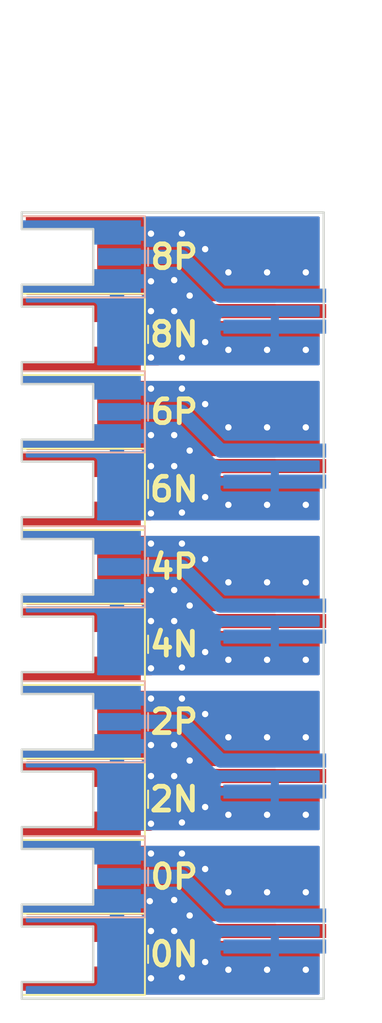
<source format=kicad_pcb>
(kicad_pcb (version 20171130) (host pcbnew "(5.0.2)-1")

  (general
    (thickness 1.1938)
    (drawings 55)
    (tracks 157)
    (zones 0)
    (modules 15)
    (nets 16)
  )

  (page A4)
  (layers
    (0 F.Cu signal)
    (31 B.Cu signal)
    (32 B.Adhes user)
    (33 F.Adhes user)
    (34 B.Paste user)
    (35 F.Paste user)
    (36 B.SilkS user)
    (37 F.SilkS user)
    (38 B.Mask user)
    (39 F.Mask user)
    (40 Dwgs.User user)
    (41 Cmts.User user)
    (42 Eco1.User user)
    (43 Eco2.User user)
    (44 Edge.Cuts user)
    (45 Margin user)
    (46 B.CrtYd user)
    (47 F.CrtYd user)
    (48 B.Fab user)
    (49 F.Fab user)
  )

  (setup
    (last_trace_width 0.89662)
    (trace_clearance 0.1778)
    (zone_clearance 0.1778)
    (zone_45_only no)
    (trace_min 0.1524)
    (segment_width 0.15)
    (edge_width 0.15)
    (via_size 0.8)
    (via_drill 0.4)
    (via_min_size 0.4)
    (via_min_drill 0.3)
    (uvia_size 0.3)
    (uvia_drill 0.1)
    (uvias_allowed no)
    (uvia_min_size 0.2)
    (uvia_min_drill 0.1)
    (pcb_text_width 0.3)
    (pcb_text_size 1.5 1.5)
    (mod_edge_width 0.15)
    (mod_text_size 1 1)
    (mod_text_width 0.15)
    (pad_size 6.477 0.6604)
    (pad_drill 0)
    (pad_to_mask_clearance 0.051)
    (solder_mask_min_width 0.25)
    (aux_axis_origin 0 0)
    (grid_origin 143.990985 24.610985)
    (visible_elements 7FFFF7FF)
    (pcbplotparams
      (layerselection 0x010e0_ffffffff)
      (usegerberextensions false)
      (usegerberattributes false)
      (usegerberadvancedattributes false)
      (creategerberjobfile false)
      (excludeedgelayer true)
      (linewidth 0.100000)
      (plotframeref false)
      (viasonmask false)
      (mode 1)
      (useauxorigin false)
      (hpglpennumber 1)
      (hpglpenspeed 20)
      (hpglpendiameter 15.000000)
      (psnegative false)
      (psa4output false)
      (plotreference true)
      (plotvalue true)
      (plotinvisibletext false)
      (padsonsilk false)
      (subtractmaskfromsilk false)
      (outputformat 1)
      (mirror false)
      (drillshape 0)
      (scaleselection 1)
      (outputdirectory ""))
  )

  (net 0 "")
  (net 1 "Net-(J1-Pad1)")
  (net 2 "Net-(J1-Pad2)")
  (net 3 "Net-(J4-Pad1)")
  (net 4 "Net-(J4-Pad2)")
  (net 5 "Net-(J7-Pad1)")
  (net 6 "Net-(J7-Pad2)")
  (net 7 "Net-(J10-Pad1)")
  (net 8 "Net-(J10-Pad2)")
  (net 9 "Net-(J13-Pad1)")
  (net 10 "Net-(J13-Pad2)")
  (net 11 "Net-(J2-Pad2)")
  (net 12 "Net-(J5-Pad2)")
  (net 13 "Net-(J8-Pad2)")
  (net 14 "Net-(J11-Pad2)")
  (net 15 "Net-(J14-Pad2)")

  (net_class Default "This is the default net class."
    (clearance 0.1778)
    (trace_width 0.89662)
    (via_dia 0.8)
    (via_drill 0.4)
    (uvia_dia 0.3)
    (uvia_drill 0.1)
    (add_net "Net-(J1-Pad1)")
    (add_net "Net-(J1-Pad2)")
    (add_net "Net-(J10-Pad1)")
    (add_net "Net-(J10-Pad2)")
    (add_net "Net-(J11-Pad2)")
    (add_net "Net-(J13-Pad1)")
    (add_net "Net-(J13-Pad2)")
    (add_net "Net-(J14-Pad2)")
    (add_net "Net-(J2-Pad2)")
    (add_net "Net-(J4-Pad1)")
    (add_net "Net-(J4-Pad2)")
    (add_net "Net-(J5-Pad2)")
    (add_net "Net-(J7-Pad1)")
    (add_net "Net-(J7-Pad2)")
    (add_net "Net-(J8-Pad2)")
  )

  (module MMCX_2DD-100P:2xCoax_to_2DD (layer B.Cu) (tedit 5D6EAF3B) (tstamp 5D6E7B48)
    (at 156.189135 28.026464 180)
    (path /5D65383A)
    (fp_text reference J2 (at 0 -0.5 180) (layer B.SilkS) hide
      (effects (font (size 1 1) (thickness 0.15)) (justify mirror))
    )
    (fp_text value Conn_01x03_Male (at 0 0.5 180) (layer B.Fab)
      (effects (font (size 1 1) (thickness 0.15)) (justify mirror))
    )
    (pad 1 smd rect (at 0 0.975855 180) (size 6.477 0.88392) (layers B.Cu B.Paste B.Mask)
      (net 1 "Net-(J1-Pad1)") (thermal_gap 0.1778))
    (pad 2 smd rect (at 0 0 180) (size 6.477 0.88392) (layers F.Cu F.Paste F.Mask)
      (net 11 "Net-(J2-Pad2)") (thermal_gap 0.1778))
    (pad 3 smd rect (at 0 -0.975855 180) (size 6.477 0.88392) (layers B.Cu B.Paste B.Mask)
      (net 2 "Net-(J1-Pad2)") (thermal_gap 0.1778))
  )

  (module MMCX_2DD-100P:2xCoax_to_2DD (layer B.Cu) (tedit 5D6EAF3B) (tstamp 5D697428)
    (at 156.189135 37.784984 180)
    (path /5D6544DC)
    (fp_text reference J5 (at 0 -0.5 180) (layer B.SilkS) hide
      (effects (font (size 1 1) (thickness 0.15)) (justify mirror))
    )
    (fp_text value Conn_01x03_Male (at 0 0.5 180) (layer B.Fab)
      (effects (font (size 1 1) (thickness 0.15)) (justify mirror))
    )
    (pad 1 smd rect (at 0 0.975855 180) (size 6.477 0.88392) (layers B.Cu B.Paste B.Mask)
      (net 3 "Net-(J4-Pad1)") (thermal_gap 0.1778))
    (pad 2 smd rect (at 0 0 180) (size 6.477 0.88392) (layers F.Cu F.Paste F.Mask)
      (net 12 "Net-(J5-Pad2)") (thermal_gap 0.1778))
    (pad 3 smd rect (at 0 -0.975855 180) (size 6.477 0.88392) (layers B.Cu B.Paste B.Mask)
      (net 4 "Net-(J4-Pad2)") (thermal_gap 0.1778))
  )

  (module MMCX_2DD-100P:2xCoax_to_2DD (layer B.Cu) (tedit 5D6EAF3B) (tstamp 5D6FC090)
    (at 156.189135 47.543504 180)
    (path /5D654565)
    (fp_text reference J8 (at 0 -0.5 180) (layer B.SilkS) hide
      (effects (font (size 1 1) (thickness 0.15)) (justify mirror))
    )
    (fp_text value Conn_01x03_Male (at 0 0.5 180) (layer B.Fab)
      (effects (font (size 1 1) (thickness 0.15)) (justify mirror))
    )
    (pad 1 smd rect (at 0 0.975855 180) (size 6.477 0.88392) (layers B.Cu B.Paste B.Mask)
      (net 5 "Net-(J7-Pad1)") (thermal_gap 0.1778))
    (pad 2 smd rect (at 0 0 180) (size 6.477 0.88392) (layers F.Cu F.Paste F.Mask)
      (net 13 "Net-(J8-Pad2)") (thermal_gap 0.1778))
    (pad 3 smd rect (at 0 -0.975855 180) (size 6.477 0.88392) (layers B.Cu B.Paste B.Mask)
      (net 6 "Net-(J7-Pad2)") (thermal_gap 0.1778))
  )

  (module MMCX_2DD-100P:2xCoax_to_2DD (layer B.Cu) (tedit 5D6EAF3B) (tstamp 5D6902F8)
    (at 156.189135 57.302027 180)
    (path /5D65469F)
    (fp_text reference J11 (at 0 -0.5 180) (layer B.SilkS) hide
      (effects (font (size 1 1) (thickness 0.15)) (justify mirror))
    )
    (fp_text value Conn_01x03_Male (at 0 0.5 180) (layer B.Fab)
      (effects (font (size 1 1) (thickness 0.15)) (justify mirror))
    )
    (pad 1 smd rect (at 0 0.975855 180) (size 6.477 0.88392) (layers B.Cu B.Paste B.Mask)
      (net 7 "Net-(J10-Pad1)") (thermal_gap 0.1778))
    (pad 2 smd rect (at 0 0 180) (size 6.477 0.88392) (layers F.Cu F.Paste F.Mask)
      (net 14 "Net-(J11-Pad2)") (thermal_gap 0.1778))
    (pad 3 smd rect (at 0 -0.975855 180) (size 6.477 0.88392) (layers B.Cu B.Paste B.Mask)
      (net 8 "Net-(J10-Pad2)") (thermal_gap 0.1778))
  )

  (module MMCX_2DD-100P:2xCoax_to_2DD (layer B.Cu) (tedit 5D6EAF3B) (tstamp 5D6E7988)
    (at 156.189135 67.060544 180)
    (path /5D6546B6)
    (fp_text reference J14 (at 0 -0.5 180) (layer B.SilkS) hide
      (effects (font (size 1 1) (thickness 0.15)) (justify mirror))
    )
    (fp_text value Conn_01x03_Male (at 0 0.5 180) (layer B.Fab)
      (effects (font (size 1 1) (thickness 0.15)) (justify mirror))
    )
    (pad 1 smd rect (at 0 0.975855 180) (size 6.477 0.88392) (layers B.Cu B.Paste B.Mask)
      (net 9 "Net-(J13-Pad1)") (thermal_gap 0.1778))
    (pad 2 smd rect (at 0 0 180) (size 6.477 0.88392) (layers F.Cu F.Paste F.Mask)
      (net 15 "Net-(J14-Pad2)") (thermal_gap 0.1778))
    (pad 3 smd rect (at 0 -0.975855 180) (size 6.477 0.88392) (layers B.Cu B.Paste B.Mask)
      (net 10 "Net-(J13-Pad2)") (thermal_gap 0.1778))
  )

  (module MMCX_2DD-100P:MMCX_EndLaunch_47mil_50ohm (layer B.Cu) (tedit 5D66DFFE) (tstamp 5D684825)
    (at 143.990985 24.610985)
    (descr "Molex MMCX Horizontal Coaxial https://www.molex.com/pdm_docs/sd/734150961_sd.pdf")
    (tags "Molex MMCX Horizontal Coaxial")
    (path /5D65391A)
    (attr smd)
    (fp_text reference J1 (at 0 3.5) (layer B.SilkS) hide
      (effects (font (size 1 1) (thickness 0.15)) (justify mirror))
    )
    (fp_text value Conn_Coaxial (at 0 -3.5) (layer B.Fab)
      (effects (font (size 1 1) (thickness 0.15)) (justify mirror))
    )
    (fp_text user %R (at -1.55 0) (layer B.Fab)
      (effects (font (size 1 1) (thickness 0.15)) (justify mirror))
    )
    (fp_line (start 0.75 1.75) (end -3.75 1.75) (layer Dwgs.User) (width 0.1))
    (fp_line (start 0.75 -1.75) (end 0.75 1.75) (layer Dwgs.User) (width 0.1))
    (fp_line (start -3.75 -1.75) (end 0.75 -1.75) (layer Dwgs.User) (width 0.1))
    (fp_line (start 3.18 0) (end 3.68 0.5) (layer B.Fab) (width 0.1))
    (fp_line (start -3.75 2.25) (end 3.68 2.25) (layer B.Fab) (width 0.1))
    (fp_line (start -3.75 2.25) (end -3.75 -2.25) (layer B.Fab) (width 0.1))
    (fp_line (start 3.18 0) (end 3.68 -0.5) (layer B.Fab) (width 0.1))
    (fp_line (start 3.68 -2.25) (end 3.68 -0.5) (layer B.Fab) (width 0.1))
    (fp_line (start -3.75 -2.25) (end 3.68 -2.25) (layer B.Fab) (width 0.1))
    (fp_line (start -3.75 -1.75) (end -3.75 1.75) (layer Dwgs.User) (width 0.1))
    (fp_text user "PCB edge" (at -3.35 0 -90) (layer Dwgs.User)
      (effects (font (size 0.4 0.4) (thickness 0.06)))
    )
    (fp_line (start -3.69 2.56) (end 4.01 2.56) (layer B.SilkS) (width 0.12))
    (fp_line (start 4.01 -2.56) (end 4.01 2.56) (layer B.SilkS) (width 0.12))
    (fp_line (start -3.69 -2.56) (end 4.01 -2.56) (layer B.SilkS) (width 0.12))
    (fp_line (start 3.68 0.5) (end 3.68 2.25) (layer B.Fab) (width 0.1))
    (fp_line (start 4.21 0.55) (end 4.21 -0.55) (layer B.SilkS) (width 0.12))
    (fp_line (start -4.25 2.8) (end -4.25 -2.8) (layer B.CrtYd) (width 0.05))
    (fp_line (start 4.25 2.8) (end 4.25 -2.8) (layer B.CrtYd) (width 0.05))
    (fp_line (start -4.25 -2.8) (end 4.25 -2.8) (layer B.CrtYd) (width 0.05))
    (fp_line (start -4.25 2.8) (end 4.25 2.8) (layer B.CrtYd) (width 0.05))
    (pad 1 smd rect (at 2.4024 0) (size 2.6952 1.0922) (layers B.Cu B.Paste B.Mask)
      (net 1 "Net-(J1-Pad1)") (thermal_gap 0.2286))
    (pad 2 smd custom (at 2.25 1.53735) (size 3 1.5253) (layers B.Cu B.Paste B.Mask)
      (net 2 "Net-(J1-Pad2)") (zone_connect 0)
      (options (clearance outline) (anchor rect))
      (primitives
        (gr_poly (pts
           (xy -6 0.76265) (xy -6 0.21265) (xy -1.5 0.21265) (xy -1.5 0.76265)) (width 0))
      ))
    (pad 2 smd custom (at 2.25 -1.53735) (size 3 1.5253) (layers B.Cu B.Paste B.Mask)
      (net 2 "Net-(J1-Pad2)") (zone_connect 0)
      (options (clearance outline) (anchor rect))
      (primitives
        (gr_poly (pts
           (xy -6 -0.21265) (xy -6 -0.76265) (xy -1.5 -0.76265) (xy -1.5 -0.21265)) (width 0))
      ))
    (model ${KISYS3DMOD}/Connector_Coaxial.3dshapes/MMCX_Molex_73415-0961_Horizontal.wrl
      (at (xyz 0 0 0))
      (scale (xyz 1 1 1))
      (rotate (xyz 0 0 0))
    )
  )

  (module MMCX_2DD-100P:MMCX_EndLaunch_47mil_50ohm (layer F.Cu) (tedit 5D66E312) (tstamp 5D6AF100)
    (at 143.990985 29.490245)
    (descr "Molex MMCX Horizontal Coaxial https://www.molex.com/pdm_docs/sd/734150961_sd.pdf")
    (tags "Molex MMCX Horizontal Coaxial")
    (path /5D653942)
    (attr smd)
    (fp_text reference J3 (at 0 -3.5) (layer F.SilkS) hide
      (effects (font (size 1 1) (thickness 0.15)))
    )
    (fp_text value Conn_Coaxial (at 0 3.5) (layer F.Fab)
      (effects (font (size 1 1) (thickness 0.15)))
    )
    (fp_text user %R (at -1.55 0) (layer F.Fab)
      (effects (font (size 1 1) (thickness 0.15)))
    )
    (fp_line (start 0.75 -1.75) (end -3.75 -1.75) (layer Dwgs.User) (width 0.1))
    (fp_line (start 0.75 1.75) (end 0.75 -1.75) (layer Dwgs.User) (width 0.1))
    (fp_line (start -3.75 1.75) (end 0.75 1.75) (layer Dwgs.User) (width 0.1))
    (fp_line (start 3.18 0) (end 3.68 -0.5) (layer F.Fab) (width 0.1))
    (fp_line (start -3.75 -2.25) (end 3.68 -2.25) (layer F.Fab) (width 0.1))
    (fp_line (start -3.75 -2.25) (end -3.75 2.25) (layer F.Fab) (width 0.1))
    (fp_line (start 3.18 0) (end 3.68 0.5) (layer F.Fab) (width 0.1))
    (fp_line (start 3.68 2.25) (end 3.68 0.5) (layer F.Fab) (width 0.1))
    (fp_line (start -3.75 2.25) (end 3.68 2.25) (layer F.Fab) (width 0.1))
    (fp_line (start -3.75 1.75) (end -3.75 -1.75) (layer Dwgs.User) (width 0.1))
    (fp_text user "PCB edge" (at -3.35 0 90) (layer Dwgs.User)
      (effects (font (size 0.4 0.4) (thickness 0.06)))
    )
    (fp_line (start -3.69 -2.56) (end 4.01 -2.56) (layer F.SilkS) (width 0.12))
    (fp_line (start 4.01 2.56) (end 4.01 -2.56) (layer F.SilkS) (width 0.12))
    (fp_line (start -3.69 2.56) (end 4.01 2.56) (layer F.SilkS) (width 0.12))
    (fp_line (start 3.68 -0.5) (end 3.68 -2.25) (layer F.Fab) (width 0.1))
    (fp_line (start 4.21 -0.55) (end 4.21 0.55) (layer F.SilkS) (width 0.12))
    (fp_line (start -4.25 -2.8) (end -4.25 2.8) (layer F.CrtYd) (width 0.05))
    (fp_line (start 4.25 -2.8) (end 4.25 2.8) (layer F.CrtYd) (width 0.05))
    (fp_line (start -4.25 2.8) (end 4.25 2.8) (layer F.CrtYd) (width 0.05))
    (fp_line (start -4.25 -2.8) (end 4.25 -2.8) (layer F.CrtYd) (width 0.05))
    (pad 1 smd rect (at 2.4024 0) (size 2.6952 1.0922) (layers F.Cu F.Paste F.Mask)
      (net 11 "Net-(J2-Pad2)") (thermal_gap 0.2286))
    (pad 2 smd custom (at 2.25 -1.53735) (size 3 1.5253) (layers F.Cu F.Paste F.Mask)
      (net 2 "Net-(J1-Pad2)") (zone_connect 0)
      (options (clearance outline) (anchor rect))
      (primitives
        (gr_poly (pts
           (xy -6 -0.76265) (xy -6 -0.21265) (xy -1.5 -0.21265) (xy -1.5 -0.76265)) (width 0))
      ))
    (pad 2 smd custom (at 2.25 1.53735) (size 3 1.5253) (layers F.Cu F.Paste F.Mask)
      (net 2 "Net-(J1-Pad2)") (zone_connect 0)
      (options (clearance outline) (anchor rect))
      (primitives
        (gr_poly (pts
           (xy -6 0.21265) (xy -6 0.76265) (xy -1.5 0.76265) (xy -1.5 0.21265)) (width 0))
      ))
    (model ${KISYS3DMOD}/Connector_Coaxial.3dshapes/MMCX_Molex_73415-0961_Horizontal.wrl
      (at (xyz 0 0 0))
      (scale (xyz 1 1 1))
      (rotate (xyz 0 0 0))
    )
  )

  (module MMCX_2DD-100P:MMCX_EndLaunch_47mil_50ohm (layer B.Cu) (tedit 5D66E009) (tstamp 5D6AF11B)
    (at 143.990985 34.369505)
    (descr "Molex MMCX Horizontal Coaxial https://www.molex.com/pdm_docs/sd/734150961_sd.pdf")
    (tags "Molex MMCX Horizontal Coaxial")
    (path /5D6544E2)
    (attr smd)
    (fp_text reference J4 (at 0 3.5) (layer B.SilkS) hide
      (effects (font (size 1 1) (thickness 0.15)) (justify mirror))
    )
    (fp_text value Conn_Coaxial (at 0 -3.5) (layer B.Fab)
      (effects (font (size 1 1) (thickness 0.15)) (justify mirror))
    )
    (fp_line (start -4.25 2.8) (end 4.25 2.8) (layer B.CrtYd) (width 0.05))
    (fp_line (start -4.25 -2.8) (end 4.25 -2.8) (layer B.CrtYd) (width 0.05))
    (fp_line (start 4.25 2.8) (end 4.25 -2.8) (layer B.CrtYd) (width 0.05))
    (fp_line (start -4.25 2.8) (end -4.25 -2.8) (layer B.CrtYd) (width 0.05))
    (fp_line (start 4.21 0.55) (end 4.21 -0.55) (layer B.SilkS) (width 0.12))
    (fp_line (start 3.68 0.5) (end 3.68 2.25) (layer B.Fab) (width 0.1))
    (fp_line (start -3.69 -2.56) (end 4.01 -2.56) (layer B.SilkS) (width 0.12))
    (fp_line (start 4.01 -2.56) (end 4.01 2.56) (layer B.SilkS) (width 0.12))
    (fp_line (start -3.69 2.56) (end 4.01 2.56) (layer B.SilkS) (width 0.12))
    (fp_text user "PCB edge" (at -3.35 0 -90) (layer Dwgs.User)
      (effects (font (size 0.4 0.4) (thickness 0.06)))
    )
    (fp_line (start -3.75 -1.75) (end -3.75 1.75) (layer Dwgs.User) (width 0.1))
    (fp_line (start -3.75 -2.25) (end 3.68 -2.25) (layer B.Fab) (width 0.1))
    (fp_line (start 3.68 -2.25) (end 3.68 -0.5) (layer B.Fab) (width 0.1))
    (fp_line (start 3.18 0) (end 3.68 -0.5) (layer B.Fab) (width 0.1))
    (fp_line (start -3.75 2.25) (end -3.75 -2.25) (layer B.Fab) (width 0.1))
    (fp_line (start -3.75 2.25) (end 3.68 2.25) (layer B.Fab) (width 0.1))
    (fp_line (start 3.18 0) (end 3.68 0.5) (layer B.Fab) (width 0.1))
    (fp_line (start -3.75 -1.75) (end 0.75 -1.75) (layer Dwgs.User) (width 0.1))
    (fp_line (start 0.75 -1.75) (end 0.75 1.75) (layer Dwgs.User) (width 0.1))
    (fp_line (start 0.75 1.75) (end -3.75 1.75) (layer Dwgs.User) (width 0.1))
    (fp_text user %R (at -1.55 0) (layer B.Fab)
      (effects (font (size 1 1) (thickness 0.15)) (justify mirror))
    )
    (pad 2 smd custom (at 2.25 -1.53735) (size 3 1.5253) (layers B.Cu B.Paste B.Mask)
      (net 4 "Net-(J4-Pad2)") (zone_connect 0)
      (options (clearance outline) (anchor rect))
      (primitives
        (gr_poly (pts
           (xy -6 -0.21265) (xy -6 -0.76265) (xy -1.5 -0.76265) (xy -1.5 -0.21265)) (width 0))
      ))
    (pad 2 smd custom (at 2.25 1.53735) (size 3 1.5253) (layers B.Cu B.Paste B.Mask)
      (net 4 "Net-(J4-Pad2)") (zone_connect 0)
      (options (clearance outline) (anchor rect))
      (primitives
        (gr_poly (pts
           (xy -6 0.76265) (xy -6 0.21265) (xy -1.5 0.21265) (xy -1.5 0.76265)) (width 0))
      ))
    (pad 1 smd rect (at 2.4024 0) (size 2.6952 1.0922) (layers B.Cu B.Paste B.Mask)
      (net 3 "Net-(J4-Pad1)") (thermal_gap 0.2286))
    (model ${KISYS3DMOD}/Connector_Coaxial.3dshapes/MMCX_Molex_73415-0961_Horizontal.wrl
      (at (xyz 0 0 0))
      (scale (xyz 1 1 1))
      (rotate (xyz 0 0 0))
    )
  )

  (module MMCX_2DD-100P:MMCX_EndLaunch_47mil_50ohm (layer F.Cu) (tedit 5D67CB83) (tstamp 5D6AF136)
    (at 143.990985 39.248765)
    (descr "Molex MMCX Horizontal Coaxial https://www.molex.com/pdm_docs/sd/734150961_sd.pdf")
    (tags "Molex MMCX Horizontal Coaxial")
    (path /5D6544E8)
    (attr smd)
    (fp_text reference J6 (at 0 -3.5) (layer F.SilkS) hide
      (effects (font (size 1 1) (thickness 0.15)))
    )
    (fp_text value Conn_Coaxial (at 0 3.5) (layer F.Fab)
      (effects (font (size 1 1) (thickness 0.15)))
    )
    (fp_line (start -4.25 -2.8) (end 4.25 -2.8) (layer F.CrtYd) (width 0.05))
    (fp_line (start -4.25 2.8) (end 4.25 2.8) (layer F.CrtYd) (width 0.05))
    (fp_line (start 4.25 -2.8) (end 4.25 2.8) (layer F.CrtYd) (width 0.05))
    (fp_line (start -4.25 -2.8) (end -4.25 2.8) (layer F.CrtYd) (width 0.05))
    (fp_line (start 4.21 -0.55) (end 4.21 0.55) (layer F.SilkS) (width 0.12))
    (fp_line (start 3.68 -0.5) (end 3.68 -2.25) (layer F.Fab) (width 0.1))
    (fp_line (start -3.69 2.56) (end 4.01 2.56) (layer F.SilkS) (width 0.12))
    (fp_line (start 4.01 2.56) (end 4.01 -2.56) (layer F.SilkS) (width 0.12))
    (fp_line (start -3.69 -2.56) (end 4.01 -2.56) (layer F.SilkS) (width 0.12))
    (fp_text user "PCB edge" (at -3.35 0 90) (layer Dwgs.User)
      (effects (font (size 0.4 0.4) (thickness 0.06)))
    )
    (fp_line (start -3.75 1.75) (end -3.75 -1.75) (layer Dwgs.User) (width 0.1))
    (fp_line (start -3.75 2.25) (end 3.68 2.25) (layer F.Fab) (width 0.1))
    (fp_line (start 3.68 2.25) (end 3.68 0.5) (layer F.Fab) (width 0.1))
    (fp_line (start 3.18 0) (end 3.68 0.5) (layer F.Fab) (width 0.1))
    (fp_line (start -3.75 -2.25) (end -3.75 2.25) (layer F.Fab) (width 0.1))
    (fp_line (start -3.75 -2.25) (end 3.68 -2.25) (layer F.Fab) (width 0.1))
    (fp_line (start 3.18 0) (end 3.68 -0.5) (layer F.Fab) (width 0.1))
    (fp_line (start -3.75 1.75) (end 0.75 1.75) (layer Dwgs.User) (width 0.1))
    (fp_line (start 0.75 1.75) (end 0.75 -1.75) (layer Dwgs.User) (width 0.1))
    (fp_line (start 0.75 -1.75) (end -3.75 -1.75) (layer Dwgs.User) (width 0.1))
    (fp_text user %R (at -1.55 0) (layer F.Fab)
      (effects (font (size 1 1) (thickness 0.15)))
    )
    (pad 2 smd custom (at 2.25 1.53735) (size 3 1.5253) (layers F.Cu F.Paste F.Mask)
      (net 4 "Net-(J4-Pad2)") (zone_connect 0)
      (options (clearance outline) (anchor rect))
      (primitives
        (gr_poly (pts
           (xy -6 0.21265) (xy -6 0.76265) (xy -1.5 0.76265) (xy -1.5 0.21265)) (width 0))
      ))
    (pad 2 smd custom (at 2.25 -1.53735) (size 3 1.5253) (layers F.Cu F.Paste F.Mask)
      (net 4 "Net-(J4-Pad2)") (zone_connect 0)
      (options (clearance outline) (anchor rect))
      (primitives
        (gr_poly (pts
           (xy -6 -0.76265) (xy -6 -0.21265) (xy -1.5 -0.21265) (xy -1.5 -0.76265)) (width 0))
      ))
    (pad 1 smd rect (at 2.4024 0) (size 2.6952 1.0922) (layers F.Cu F.Paste F.Mask)
      (net 12 "Net-(J5-Pad2)") (thermal_gap 0.2286))
    (model ${KISYS3DMOD}/Connector_Coaxial.3dshapes/MMCX_Molex_73415-0961_Horizontal.wrl
      (at (xyz 0 0 0))
      (scale (xyz 1 1 1))
      (rotate (xyz 0 0 0))
    )
  )

  (module MMCX_2DD-100P:MMCX_EndLaunch_47mil_50ohm (layer B.Cu) (tedit 5D66E010) (tstamp 5D6AF151)
    (at 143.990985 44.128025)
    (descr "Molex MMCX Horizontal Coaxial https://www.molex.com/pdm_docs/sd/734150961_sd.pdf")
    (tags "Molex MMCX Horizontal Coaxial")
    (path /5D65456B)
    (attr smd)
    (fp_text reference J7 (at 0 3.5) (layer B.SilkS) hide
      (effects (font (size 1 1) (thickness 0.15)) (justify mirror))
    )
    (fp_text value Conn_Coaxial (at 0 -3.5) (layer B.Fab)
      (effects (font (size 1 1) (thickness 0.15)) (justify mirror))
    )
    (fp_line (start -4.25 2.8) (end 4.25 2.8) (layer B.CrtYd) (width 0.05))
    (fp_line (start -4.25 -2.8) (end 4.25 -2.8) (layer B.CrtYd) (width 0.05))
    (fp_line (start 4.25 2.8) (end 4.25 -2.8) (layer B.CrtYd) (width 0.05))
    (fp_line (start -4.25 2.8) (end -4.25 -2.8) (layer B.CrtYd) (width 0.05))
    (fp_line (start 4.21 0.55) (end 4.21 -0.55) (layer B.SilkS) (width 0.12))
    (fp_line (start 3.68 0.5) (end 3.68 2.25) (layer B.Fab) (width 0.1))
    (fp_line (start -3.69 -2.56) (end 4.01 -2.56) (layer B.SilkS) (width 0.12))
    (fp_line (start 4.01 -2.56) (end 4.01 2.56) (layer B.SilkS) (width 0.12))
    (fp_line (start -3.69 2.56) (end 4.01 2.56) (layer B.SilkS) (width 0.12))
    (fp_text user "PCB edge" (at -3.35 0 -90) (layer Dwgs.User)
      (effects (font (size 0.4 0.4) (thickness 0.06)))
    )
    (fp_line (start -3.75 -1.75) (end -3.75 1.75) (layer Dwgs.User) (width 0.1))
    (fp_line (start -3.75 -2.25) (end 3.68 -2.25) (layer B.Fab) (width 0.1))
    (fp_line (start 3.68 -2.25) (end 3.68 -0.5) (layer B.Fab) (width 0.1))
    (fp_line (start 3.18 0) (end 3.68 -0.5) (layer B.Fab) (width 0.1))
    (fp_line (start -3.75 2.25) (end -3.75 -2.25) (layer B.Fab) (width 0.1))
    (fp_line (start -3.75 2.25) (end 3.68 2.25) (layer B.Fab) (width 0.1))
    (fp_line (start 3.18 0) (end 3.68 0.5) (layer B.Fab) (width 0.1))
    (fp_line (start -3.75 -1.75) (end 0.75 -1.75) (layer Dwgs.User) (width 0.1))
    (fp_line (start 0.75 -1.75) (end 0.75 1.75) (layer Dwgs.User) (width 0.1))
    (fp_line (start 0.75 1.75) (end -3.75 1.75) (layer Dwgs.User) (width 0.1))
    (fp_text user %R (at -1.55 0) (layer B.Fab)
      (effects (font (size 1 1) (thickness 0.15)) (justify mirror))
    )
    (pad 2 smd custom (at 2.25 -1.53735) (size 3 1.5253) (layers B.Cu B.Paste B.Mask)
      (net 6 "Net-(J7-Pad2)") (zone_connect 0)
      (options (clearance outline) (anchor rect))
      (primitives
        (gr_poly (pts
           (xy -6 -0.21265) (xy -6 -0.76265) (xy -1.5 -0.76265) (xy -1.5 -0.21265)) (width 0))
      ))
    (pad 2 smd custom (at 2.25 1.53735) (size 3 1.5253) (layers B.Cu B.Paste B.Mask)
      (net 6 "Net-(J7-Pad2)") (zone_connect 0)
      (options (clearance outline) (anchor rect))
      (primitives
        (gr_poly (pts
           (xy -6 0.76265) (xy -6 0.21265) (xy -1.5 0.21265) (xy -1.5 0.76265)) (width 0))
      ))
    (pad 1 smd rect (at 2.4024 0) (size 2.6952 1.0922) (layers B.Cu B.Paste B.Mask)
      (net 5 "Net-(J7-Pad1)") (thermal_gap 0.2286))
    (model ${KISYS3DMOD}/Connector_Coaxial.3dshapes/MMCX_Molex_73415-0961_Horizontal.wrl
      (at (xyz 0 0 0))
      (scale (xyz 1 1 1))
      (rotate (xyz 0 0 0))
    )
  )

  (module MMCX_2DD-100P:MMCX_EndLaunch_47mil_50ohm (layer F.Cu) (tedit 5D67CB7D) (tstamp 5D6FCB76)
    (at 143.990985 49.007285)
    (descr "Molex MMCX Horizontal Coaxial https://www.molex.com/pdm_docs/sd/734150961_sd.pdf")
    (tags "Molex MMCX Horizontal Coaxial")
    (path /5D654571)
    (attr smd)
    (fp_text reference J9 (at 0 -3.5) (layer F.SilkS) hide
      (effects (font (size 1 1) (thickness 0.15)))
    )
    (fp_text value Conn_Coaxial (at 0 3.5) (layer F.Fab)
      (effects (font (size 1 1) (thickness 0.15)))
    )
    (fp_line (start -4.25 -2.8) (end 4.25 -2.8) (layer F.CrtYd) (width 0.05))
    (fp_line (start -4.25 2.8) (end 4.25 2.8) (layer F.CrtYd) (width 0.05))
    (fp_line (start 4.25 -2.8) (end 4.25 2.8) (layer F.CrtYd) (width 0.05))
    (fp_line (start -4.25 -2.8) (end -4.25 2.8) (layer F.CrtYd) (width 0.05))
    (fp_line (start 4.21 -0.55) (end 4.21 0.55) (layer F.SilkS) (width 0.12))
    (fp_line (start 3.68 -0.5) (end 3.68 -2.25) (layer F.Fab) (width 0.1))
    (fp_line (start -3.69 2.56) (end 4.01 2.56) (layer F.SilkS) (width 0.12))
    (fp_line (start 4.01 2.56) (end 4.01 -2.56) (layer F.SilkS) (width 0.12))
    (fp_line (start -3.69 -2.56) (end 4.01 -2.56) (layer F.SilkS) (width 0.12))
    (fp_text user "PCB edge" (at -3.35 0 90) (layer Dwgs.User)
      (effects (font (size 0.4 0.4) (thickness 0.06)))
    )
    (fp_line (start -3.75 1.75) (end -3.75 -1.75) (layer Dwgs.User) (width 0.1))
    (fp_line (start -3.75 2.25) (end 3.68 2.25) (layer F.Fab) (width 0.1))
    (fp_line (start 3.68 2.25) (end 3.68 0.5) (layer F.Fab) (width 0.1))
    (fp_line (start 3.18 0) (end 3.68 0.5) (layer F.Fab) (width 0.1))
    (fp_line (start -3.75 -2.25) (end -3.75 2.25) (layer F.Fab) (width 0.1))
    (fp_line (start -3.75 -2.25) (end 3.68 -2.25) (layer F.Fab) (width 0.1))
    (fp_line (start 3.18 0) (end 3.68 -0.5) (layer F.Fab) (width 0.1))
    (fp_line (start -3.75 1.75) (end 0.75 1.75) (layer Dwgs.User) (width 0.1))
    (fp_line (start 0.75 1.75) (end 0.75 -1.75) (layer Dwgs.User) (width 0.1))
    (fp_line (start 0.75 -1.75) (end -3.75 -1.75) (layer Dwgs.User) (width 0.1))
    (fp_text user %R (at -1.55 0) (layer F.Fab)
      (effects (font (size 1 1) (thickness 0.15)))
    )
    (pad 2 smd custom (at 2.25 1.53735) (size 3 1.5253) (layers F.Cu F.Paste F.Mask)
      (net 6 "Net-(J7-Pad2)") (zone_connect 0)
      (options (clearance outline) (anchor rect))
      (primitives
        (gr_poly (pts
           (xy -6 0.21265) (xy -6 0.76265) (xy -1.5 0.76265) (xy -1.5 0.21265)) (width 0))
      ))
    (pad 2 smd custom (at 2.25 -1.53735) (size 3 1.5253) (layers F.Cu F.Paste F.Mask)
      (net 6 "Net-(J7-Pad2)") (zone_connect 0)
      (options (clearance outline) (anchor rect))
      (primitives
        (gr_poly (pts
           (xy -6 -0.76265) (xy -6 -0.21265) (xy -1.5 -0.21265) (xy -1.5 -0.76265)) (width 0))
      ))
    (pad 1 smd rect (at 2.4024 0) (size 2.6952 1.0922) (layers F.Cu F.Paste F.Mask)
      (net 13 "Net-(J8-Pad2)") (thermal_gap 0.2286))
    (model ${KISYS3DMOD}/Connector_Coaxial.3dshapes/MMCX_Molex_73415-0961_Horizontal.wrl
      (at (xyz 0 0 0))
      (scale (xyz 1 1 1))
      (rotate (xyz 0 0 0))
    )
  )

  (module MMCX_2DD-100P:MMCX_EndLaunch_47mil_50ohm (layer B.Cu) (tedit 5D66E015) (tstamp 5D6AF187)
    (at 143.990985 53.886545)
    (descr "Molex MMCX Horizontal Coaxial https://www.molex.com/pdm_docs/sd/734150961_sd.pdf")
    (tags "Molex MMCX Horizontal Coaxial")
    (path /5D6546A5)
    (attr smd)
    (fp_text reference J10 (at 0 3.5) (layer B.SilkS) hide
      (effects (font (size 1 1) (thickness 0.15)) (justify mirror))
    )
    (fp_text value Conn_Coaxial (at 0 -3.5) (layer B.Fab)
      (effects (font (size 1 1) (thickness 0.15)) (justify mirror))
    )
    (fp_line (start -4.25 2.8) (end 4.25 2.8) (layer B.CrtYd) (width 0.05))
    (fp_line (start -4.25 -2.8) (end 4.25 -2.8) (layer B.CrtYd) (width 0.05))
    (fp_line (start 4.25 2.8) (end 4.25 -2.8) (layer B.CrtYd) (width 0.05))
    (fp_line (start -4.25 2.8) (end -4.25 -2.8) (layer B.CrtYd) (width 0.05))
    (fp_line (start 4.21 0.55) (end 4.21 -0.55) (layer B.SilkS) (width 0.12))
    (fp_line (start 3.68 0.5) (end 3.68 2.25) (layer B.Fab) (width 0.1))
    (fp_line (start -3.69 -2.56) (end 4.01 -2.56) (layer B.SilkS) (width 0.12))
    (fp_line (start 4.01 -2.56) (end 4.01 2.56) (layer B.SilkS) (width 0.12))
    (fp_line (start -3.69 2.56) (end 4.01 2.56) (layer B.SilkS) (width 0.12))
    (fp_text user "PCB edge" (at -3.35 0 -90) (layer Dwgs.User)
      (effects (font (size 0.4 0.4) (thickness 0.06)))
    )
    (fp_line (start -3.75 -1.75) (end -3.75 1.75) (layer Dwgs.User) (width 0.1))
    (fp_line (start -3.75 -2.25) (end 3.68 -2.25) (layer B.Fab) (width 0.1))
    (fp_line (start 3.68 -2.25) (end 3.68 -0.5) (layer B.Fab) (width 0.1))
    (fp_line (start 3.18 0) (end 3.68 -0.5) (layer B.Fab) (width 0.1))
    (fp_line (start -3.75 2.25) (end -3.75 -2.25) (layer B.Fab) (width 0.1))
    (fp_line (start -3.75 2.25) (end 3.68 2.25) (layer B.Fab) (width 0.1))
    (fp_line (start 3.18 0) (end 3.68 0.5) (layer B.Fab) (width 0.1))
    (fp_line (start -3.75 -1.75) (end 0.75 -1.75) (layer Dwgs.User) (width 0.1))
    (fp_line (start 0.75 -1.75) (end 0.75 1.75) (layer Dwgs.User) (width 0.1))
    (fp_line (start 0.75 1.75) (end -3.75 1.75) (layer Dwgs.User) (width 0.1))
    (fp_text user %R (at -1.55 0) (layer B.Fab)
      (effects (font (size 1 1) (thickness 0.15)) (justify mirror))
    )
    (pad 2 smd custom (at 2.25 -1.53735) (size 3 1.5253) (layers B.Cu B.Paste B.Mask)
      (net 8 "Net-(J10-Pad2)") (zone_connect 0)
      (options (clearance outline) (anchor rect))
      (primitives
        (gr_poly (pts
           (xy -6 -0.21265) (xy -6 -0.76265) (xy -1.5 -0.76265) (xy -1.5 -0.21265)) (width 0))
      ))
    (pad 2 smd custom (at 2.25 1.53735) (size 3 1.5253) (layers B.Cu B.Paste B.Mask)
      (net 8 "Net-(J10-Pad2)") (zone_connect 0)
      (options (clearance outline) (anchor rect))
      (primitives
        (gr_poly (pts
           (xy -6 0.76265) (xy -6 0.21265) (xy -1.5 0.21265) (xy -1.5 0.76265)) (width 0))
      ))
    (pad 1 smd rect (at 2.4024 0) (size 2.6952 1.0922) (layers B.Cu B.Paste B.Mask)
      (net 7 "Net-(J10-Pad1)") (thermal_gap 0.2286))
    (model ${KISYS3DMOD}/Connector_Coaxial.3dshapes/MMCX_Molex_73415-0961_Horizontal.wrl
      (at (xyz 0 0 0))
      (scale (xyz 1 1 1))
      (rotate (xyz 0 0 0))
    )
  )

  (module MMCX_2DD-100P:MMCX_EndLaunch_47mil_50ohm (layer F.Cu) (tedit 5D67CB6E) (tstamp 5D682137)
    (at 143.990985 58.765805)
    (descr "Molex MMCX Horizontal Coaxial https://www.molex.com/pdm_docs/sd/734150961_sd.pdf")
    (tags "Molex MMCX Horizontal Coaxial")
    (path /5D6546AB)
    (attr smd)
    (fp_text reference J12 (at 0 -3.5) (layer F.SilkS) hide
      (effects (font (size 1 1) (thickness 0.15)))
    )
    (fp_text value Conn_Coaxial (at 0 3.5) (layer F.Fab)
      (effects (font (size 1 1) (thickness 0.15)))
    )
    (fp_line (start -4.25 -2.8) (end 4.25 -2.8) (layer F.CrtYd) (width 0.05))
    (fp_line (start -4.25 2.8) (end 4.25 2.8) (layer F.CrtYd) (width 0.05))
    (fp_line (start 4.25 -2.8) (end 4.25 2.8) (layer F.CrtYd) (width 0.05))
    (fp_line (start -4.25 -2.8) (end -4.25 2.8) (layer F.CrtYd) (width 0.05))
    (fp_line (start 4.21 -0.55) (end 4.21 0.55) (layer F.SilkS) (width 0.12))
    (fp_line (start 3.68 -0.5) (end 3.68 -2.25) (layer F.Fab) (width 0.1))
    (fp_line (start -3.69 2.56) (end 4.01 2.56) (layer F.SilkS) (width 0.12))
    (fp_line (start 4.01 2.56) (end 4.01 -2.56) (layer F.SilkS) (width 0.12))
    (fp_line (start -3.69 -2.56) (end 4.01 -2.56) (layer F.SilkS) (width 0.12))
    (fp_text user "PCB edge" (at -3.35 0 90) (layer Dwgs.User)
      (effects (font (size 0.4 0.4) (thickness 0.06)))
    )
    (fp_line (start -3.75 1.75) (end -3.75 -1.75) (layer Dwgs.User) (width 0.1))
    (fp_line (start -3.75 2.25) (end 3.68 2.25) (layer F.Fab) (width 0.1))
    (fp_line (start 3.68 2.25) (end 3.68 0.5) (layer F.Fab) (width 0.1))
    (fp_line (start 3.18 0) (end 3.68 0.5) (layer F.Fab) (width 0.1))
    (fp_line (start -3.75 -2.25) (end -3.75 2.25) (layer F.Fab) (width 0.1))
    (fp_line (start -3.75 -2.25) (end 3.68 -2.25) (layer F.Fab) (width 0.1))
    (fp_line (start 3.18 0) (end 3.68 -0.5) (layer F.Fab) (width 0.1))
    (fp_line (start -3.75 1.75) (end 0.75 1.75) (layer Dwgs.User) (width 0.1))
    (fp_line (start 0.75 1.75) (end 0.75 -1.75) (layer Dwgs.User) (width 0.1))
    (fp_line (start 0.75 -1.75) (end -3.75 -1.75) (layer Dwgs.User) (width 0.1))
    (fp_text user %R (at -1.55 0) (layer F.Fab)
      (effects (font (size 1 1) (thickness 0.15)))
    )
    (pad 2 smd custom (at 2.25 1.53735) (size 3 1.5253) (layers F.Cu F.Paste F.Mask)
      (net 8 "Net-(J10-Pad2)") (zone_connect 0)
      (options (clearance outline) (anchor rect))
      (primitives
        (gr_poly (pts
           (xy -6 0.21265) (xy -6 0.76265) (xy -1.5 0.76265) (xy -1.5 0.21265)) (width 0))
      ))
    (pad 2 smd custom (at 2.25 -1.53735) (size 3 1.5253) (layers F.Cu F.Paste F.Mask)
      (net 8 "Net-(J10-Pad2)") (zone_connect 0)
      (options (clearance outline) (anchor rect))
      (primitives
        (gr_poly (pts
           (xy -6 -0.76265) (xy -6 -0.21265) (xy -1.5 -0.21265) (xy -1.5 -0.76265)) (width 0))
      ))
    (pad 1 smd rect (at 2.4024 0) (size 2.6952 1.0922) (layers F.Cu F.Paste F.Mask)
      (net 14 "Net-(J11-Pad2)") (thermal_gap 0.2286))
    (model ${KISYS3DMOD}/Connector_Coaxial.3dshapes/MMCX_Molex_73415-0961_Horizontal.wrl
      (at (xyz 0 0 0))
      (scale (xyz 1 1 1))
      (rotate (xyz 0 0 0))
    )
  )

  (module MMCX_2DD-100P:MMCX_EndLaunch_47mil_50ohm (layer B.Cu) (tedit 5D66E01B) (tstamp 5D684A98)
    (at 143.990985 63.645065)
    (descr "Molex MMCX Horizontal Coaxial https://www.molex.com/pdm_docs/sd/734150961_sd.pdf")
    (tags "Molex MMCX Horizontal Coaxial")
    (path /5D6546BC)
    (attr smd)
    (fp_text reference J13 (at 0 3.5) (layer B.SilkS) hide
      (effects (font (size 1 1) (thickness 0.15)) (justify mirror))
    )
    (fp_text value Conn_Coaxial (at 0 -3.5) (layer B.Fab)
      (effects (font (size 1 1) (thickness 0.15)) (justify mirror))
    )
    (fp_line (start -4.25 2.8) (end 4.25 2.8) (layer B.CrtYd) (width 0.05))
    (fp_line (start -4.25 -2.8) (end 4.25 -2.8) (layer B.CrtYd) (width 0.05))
    (fp_line (start 4.25 2.8) (end 4.25 -2.8) (layer B.CrtYd) (width 0.05))
    (fp_line (start -4.25 2.8) (end -4.25 -2.8) (layer B.CrtYd) (width 0.05))
    (fp_line (start 4.21 0.55) (end 4.21 -0.55) (layer B.SilkS) (width 0.12))
    (fp_line (start 3.68 0.5) (end 3.68 2.25) (layer B.Fab) (width 0.1))
    (fp_line (start -3.69 -2.56) (end 4.01 -2.56) (layer B.SilkS) (width 0.12))
    (fp_line (start 4.01 -2.56) (end 4.01 2.56) (layer B.SilkS) (width 0.12))
    (fp_line (start -3.69 2.56) (end 4.01 2.56) (layer B.SilkS) (width 0.12))
    (fp_text user "PCB edge" (at -3.35 0 -90) (layer Dwgs.User)
      (effects (font (size 0.4 0.4) (thickness 0.06)))
    )
    (fp_line (start -3.75 -1.75) (end -3.75 1.75) (layer Dwgs.User) (width 0.1))
    (fp_line (start -3.75 -2.25) (end 3.68 -2.25) (layer B.Fab) (width 0.1))
    (fp_line (start 3.68 -2.25) (end 3.68 -0.5) (layer B.Fab) (width 0.1))
    (fp_line (start 3.18 0) (end 3.68 -0.5) (layer B.Fab) (width 0.1))
    (fp_line (start -3.75 2.25) (end -3.75 -2.25) (layer B.Fab) (width 0.1))
    (fp_line (start -3.75 2.25) (end 3.68 2.25) (layer B.Fab) (width 0.1))
    (fp_line (start 3.18 0) (end 3.68 0.5) (layer B.Fab) (width 0.1))
    (fp_line (start -3.75 -1.75) (end 0.75 -1.75) (layer Dwgs.User) (width 0.1))
    (fp_line (start 0.75 -1.75) (end 0.75 1.75) (layer Dwgs.User) (width 0.1))
    (fp_line (start 0.75 1.75) (end -3.75 1.75) (layer Dwgs.User) (width 0.1))
    (fp_text user %R (at -1.55 0) (layer B.Fab)
      (effects (font (size 1 1) (thickness 0.15)) (justify mirror))
    )
    (pad 2 smd custom (at 2.25 -1.53735) (size 3 1.5253) (layers B.Cu B.Paste B.Mask)
      (net 10 "Net-(J13-Pad2)") (zone_connect 0)
      (options (clearance outline) (anchor rect))
      (primitives
        (gr_poly (pts
           (xy -6 -0.21265) (xy -6 -0.76265) (xy -1.5 -0.76265) (xy -1.5 -0.21265)) (width 0))
      ))
    (pad 2 smd custom (at 2.25 1.53735) (size 3 1.5253) (layers B.Cu B.Paste B.Mask)
      (net 10 "Net-(J13-Pad2)") (zone_connect 0)
      (options (clearance outline) (anchor rect))
      (primitives
        (gr_poly (pts
           (xy -6 0.76265) (xy -6 0.21265) (xy -1.5 0.21265) (xy -1.5 0.76265)) (width 0))
      ))
    (pad 1 smd rect (at 2.4024 0) (size 2.6952 1.0922) (layers B.Cu B.Paste B.Mask)
      (net 9 "Net-(J13-Pad1)") (thermal_gap 0.2286))
    (model ${KISYS3DMOD}/Connector_Coaxial.3dshapes/MMCX_Molex_73415-0961_Horizontal.wrl
      (at (xyz 0 0 0))
      (scale (xyz 1 1 1))
      (rotate (xyz 0 0 0))
    )
  )

  (module MMCX_2DD-100P:MMCX_EndLaunch_47mil_50ohm (layer F.Cu) (tedit 5D67CB74) (tstamp 5D6821F6)
    (at 143.990985 68.524325)
    (descr "Molex MMCX Horizontal Coaxial https://www.molex.com/pdm_docs/sd/734150961_sd.pdf")
    (tags "Molex MMCX Horizontal Coaxial")
    (path /5D6546C2)
    (attr smd)
    (fp_text reference J15 (at 0 -3.5) (layer F.SilkS) hide
      (effects (font (size 1 1) (thickness 0.15)))
    )
    (fp_text value Conn_Coaxial (at 0 3.5) (layer F.Fab)
      (effects (font (size 1 1) (thickness 0.15)))
    )
    (fp_line (start -4.25 -2.8) (end 4.25 -2.8) (layer F.CrtYd) (width 0.05))
    (fp_line (start -4.25 2.8) (end 4.25 2.8) (layer F.CrtYd) (width 0.05))
    (fp_line (start 4.25 -2.8) (end 4.25 2.8) (layer F.CrtYd) (width 0.05))
    (fp_line (start -4.25 -2.8) (end -4.25 2.8) (layer F.CrtYd) (width 0.05))
    (fp_line (start 4.21 -0.55) (end 4.21 0.55) (layer F.SilkS) (width 0.12))
    (fp_line (start 3.68 -0.5) (end 3.68 -2.25) (layer F.Fab) (width 0.1))
    (fp_line (start -3.69 2.56) (end 4.01 2.56) (layer F.SilkS) (width 0.12))
    (fp_line (start 4.01 2.56) (end 4.01 -2.56) (layer F.SilkS) (width 0.12))
    (fp_line (start -3.69 -2.56) (end 4.01 -2.56) (layer F.SilkS) (width 0.12))
    (fp_text user "PCB edge" (at -3.35 0 90) (layer Dwgs.User)
      (effects (font (size 0.4 0.4) (thickness 0.06)))
    )
    (fp_line (start -3.75 1.75) (end -3.75 -1.75) (layer Dwgs.User) (width 0.1))
    (fp_line (start -3.75 2.25) (end 3.68 2.25) (layer F.Fab) (width 0.1))
    (fp_line (start 3.68 2.25) (end 3.68 0.5) (layer F.Fab) (width 0.1))
    (fp_line (start 3.18 0) (end 3.68 0.5) (layer F.Fab) (width 0.1))
    (fp_line (start -3.75 -2.25) (end -3.75 2.25) (layer F.Fab) (width 0.1))
    (fp_line (start -3.75 -2.25) (end 3.68 -2.25) (layer F.Fab) (width 0.1))
    (fp_line (start 3.18 0) (end 3.68 -0.5) (layer F.Fab) (width 0.1))
    (fp_line (start -3.75 1.75) (end 0.75 1.75) (layer Dwgs.User) (width 0.1))
    (fp_line (start 0.75 1.75) (end 0.75 -1.75) (layer Dwgs.User) (width 0.1))
    (fp_line (start 0.75 -1.75) (end -3.75 -1.75) (layer Dwgs.User) (width 0.1))
    (fp_text user %R (at -1.55 0) (layer F.Fab)
      (effects (font (size 1 1) (thickness 0.15)))
    )
    (pad 2 smd custom (at 2.25 1.53735) (size 3 1.5253) (layers F.Cu F.Paste F.Mask)
      (net 10 "Net-(J13-Pad2)") (zone_connect 0)
      (options (clearance outline) (anchor rect))
      (primitives
        (gr_poly (pts
           (xy -6 0.21265) (xy -6 0.76265) (xy -1.5 0.76265) (xy -1.5 0.21265)) (width 0))
      ))
    (pad 2 smd custom (at 2.25 -1.53735) (size 3 1.5253) (layers F.Cu F.Paste F.Mask)
      (net 10 "Net-(J13-Pad2)") (zone_connect 0)
      (options (clearance outline) (anchor rect))
      (primitives
        (gr_poly (pts
           (xy -6 -0.76265) (xy -6 -0.21265) (xy -1.5 -0.21265) (xy -1.5 -0.76265)) (width 0))
      ))
    (pad 1 smd rect (at 2.4024 0) (size 2.6952 1.0922) (layers F.Cu F.Paste F.Mask)
      (net 15 "Net-(J14-Pad2)") (thermal_gap 0.2286))
    (model ${KISYS3DMOD}/Connector_Coaxial.3dshapes/MMCX_Molex_73415-0961_Horizontal.wrl
      (at (xyz 0 0 0))
      (scale (xyz 1 1 1))
      (rotate (xyz 0 0 0))
    )
  )

  (gr_text 0N (at 149.846097 68.524325) (layer F.SilkS)
    (effects (font (size 1.5 1.5) (thickness 0.3)))
  )
  (gr_text 0P (at 149.846097 63.645065) (layer F.SilkS)
    (effects (font (size 1.5 1.5) (thickness 0.3)))
  )
  (gr_text 2N (at 149.846097 58.765805) (layer F.SilkS)
    (effects (font (size 1.5 1.5) (thickness 0.3)))
  )
  (gr_text 2P (at 149.846097 53.886545) (layer F.SilkS)
    (effects (font (size 1.5 1.5) (thickness 0.3)))
  )
  (gr_text 4N (at 149.846097 49.007285) (layer F.SilkS)
    (effects (font (size 1.5 1.5) (thickness 0.3)))
  )
  (gr_text 4P (at 149.846097 44.128025) (layer F.SilkS)
    (effects (font (size 1.5 1.5) (thickness 0.3)))
  )
  (gr_text 6N (at 149.846097 39.248765) (layer F.SilkS)
    (effects (font (size 1.5 1.5) (thickness 0.3)))
  )
  (gr_text 6P (at 149.846097 34.369505) (layer F.SilkS)
    (effects (font (size 1.5 1.5) (thickness 0.3)))
  )
  (gr_text 8N (at 149.846097 29.490245) (layer F.SilkS)
    (effects (font (size 1.5 1.5) (thickness 0.3)))
  )
  (gr_text 8P (at 149.846097 24.610985) (layer F.SilkS)
    (effects (font (size 1.5 1.5) (thickness 0.3)))
  )
  (gr_line (start 150.334023 68.036399) (end 150.334023 8.509427) (layer Dwgs.User) (width 0.15))
  (gr_line (start 140.241 21.811) (end 140.241 22.861) (layer Edge.Cuts) (width 0.15))
  (gr_line (start 140.241 70.274367) (end 140.241 71.3245) (layer Edge.Cuts) (width 0.15))
  (gr_line (start 140.241 65.395104) (end 140.241 66.774367) (layer Edge.Cuts) (width 0.15) (tstamp 5D681FBC))
  (gr_line (start 140.241 60.515841) (end 140.241 61.895104) (layer Edge.Cuts) (width 0.15) (tstamp 5D681FBB))
  (gr_line (start 140.241 55.636578) (end 140.241 57.015841) (layer Edge.Cuts) (width 0.15) (tstamp 5D681FBA))
  (gr_line (start 140.241 50.757315) (end 140.241 52.136578) (layer Edge.Cuts) (width 0.15) (tstamp 5D681FB9))
  (gr_line (start 140.241 45.878052) (end 140.241 47.257315) (layer Edge.Cuts) (width 0.15) (tstamp 5D681FB8))
  (gr_line (start 140.241 40.998789) (end 140.241 42.378052) (layer Edge.Cuts) (width 0.15) (tstamp 5D681FB7))
  (gr_line (start 140.241 36.119526) (end 140.241 37.498789) (layer Edge.Cuts) (width 0.15) (tstamp 5D681FB6))
  (gr_line (start 140.241 31.240263) (end 140.241 32.619526) (layer Edge.Cuts) (width 0.15) (tstamp 5D681FB5))
  (gr_line (start 140.241 26.361) (end 140.241 27.740263) (layer Edge.Cuts) (width 0.15))
  (gr_line (start 144.741 66.774367) (end 144.741 70.274367) (layer Edge.Cuts) (width 0.15) (tstamp 5D681F9C))
  (gr_line (start 144.741 61.895104) (end 144.741 65.395104) (layer Edge.Cuts) (width 0.15) (tstamp 5D681F9B))
  (gr_line (start 144.741 57.015841) (end 144.741 60.515841) (layer Edge.Cuts) (width 0.15) (tstamp 5D681F9A))
  (gr_line (start 144.741 52.136578) (end 144.741 55.636578) (layer Edge.Cuts) (width 0.15) (tstamp 5D681F99))
  (gr_line (start 144.741 47.257315) (end 144.741 50.757315) (layer Edge.Cuts) (width 0.15) (tstamp 5D681F98))
  (gr_line (start 144.741 42.378052) (end 144.741 45.878052) (layer Edge.Cuts) (width 0.15) (tstamp 5D681F97))
  (gr_line (start 144.741 37.498789) (end 144.741 40.998789) (layer Edge.Cuts) (width 0.15) (tstamp 5D681F96))
  (gr_line (start 144.741 32.619526) (end 144.741 36.119526) (layer Edge.Cuts) (width 0.15) (tstamp 5D681F95))
  (gr_line (start 144.741 27.740263) (end 144.741 31.240263) (layer Edge.Cuts) (width 0.15) (tstamp 5D681F94))
  (gr_line (start 140.241 70.274367) (end 144.741 70.274367) (layer Edge.Cuts) (width 0.15) (tstamp 5D681F93))
  (gr_line (start 140.241 65.395104) (end 144.741 65.395104) (layer Edge.Cuts) (width 0.15) (tstamp 5D681F92))
  (gr_line (start 140.241 60.515841) (end 144.741 60.515841) (layer Edge.Cuts) (width 0.15) (tstamp 5D681F91))
  (gr_line (start 140.241 55.636578) (end 144.741 55.636578) (layer Edge.Cuts) (width 0.15) (tstamp 5D681F90))
  (gr_line (start 140.241 50.757315) (end 144.741 50.757315) (layer Edge.Cuts) (width 0.15) (tstamp 5D681F8F))
  (gr_line (start 140.241 45.878052) (end 144.741 45.878052) (layer Edge.Cuts) (width 0.15) (tstamp 5D681F8E))
  (gr_line (start 140.241 40.998789) (end 144.741 40.998789) (layer Edge.Cuts) (width 0.15) (tstamp 5D681F8D))
  (gr_line (start 140.241 36.119526) (end 144.741 36.119526) (layer Edge.Cuts) (width 0.15) (tstamp 5D681F8C))
  (gr_line (start 140.241 31.240263) (end 144.741 31.240263) (layer Edge.Cuts) (width 0.15) (tstamp 5D681F8B))
  (gr_line (start 140.241 66.774367) (end 144.741 66.774367) (layer Edge.Cuts) (width 0.15) (tstamp 5D681F8A))
  (gr_line (start 140.241 61.895104) (end 144.741 61.895104) (layer Edge.Cuts) (width 0.15) (tstamp 5D681F89))
  (gr_line (start 140.241 57.015841) (end 144.741 57.015841) (layer Edge.Cuts) (width 0.15) (tstamp 5D681F88))
  (gr_line (start 140.241 52.136578) (end 144.741 52.136578) (layer Edge.Cuts) (width 0.15) (tstamp 5D681F87))
  (gr_line (start 140.241 47.257315) (end 144.741 47.257315) (layer Edge.Cuts) (width 0.15) (tstamp 5D681F86))
  (gr_line (start 140.241 42.378052) (end 144.741 42.378052) (layer Edge.Cuts) (width 0.15) (tstamp 5D681F85))
  (gr_line (start 140.241 37.498789) (end 144.741 37.498789) (layer Edge.Cuts) (width 0.15) (tstamp 5D681F84))
  (gr_line (start 140.241 32.619526) (end 144.741 32.619526) (layer Edge.Cuts) (width 0.15) (tstamp 5D681F83))
  (gr_line (start 140.241 27.740263) (end 144.741 27.740263) (layer Edge.Cuts) (width 0.15) (tstamp 5D681F82))
  (gr_line (start 144.741 22.861) (end 144.741 26.361) (layer Edge.Cuts) (width 0.15) (tstamp 5D681ED5))
  (gr_line (start 140.241 26.361) (end 144.741 26.361) (layer Edge.Cuts) (width 0.15) (tstamp 5D681ED8))
  (gr_line (start 140.241 22.861) (end 144.741 22.861) (layer Edge.Cuts) (width 0.15) (tstamp 5D681EDB))
  (gr_line (start 159.2707 21.811) (end 159.2707 71.3245) (layer Edge.Cuts) (width 0.15))
  (gr_line (start 140.241 21.811) (end 159.2707 21.811) (layer Edge.Cuts) (width 0.15))
  (gr_line (start 159.2707 71.3245) (end 140.241 71.3245) (layer Edge.Cuts) (width 0.15) (tstamp 5D6EB75C))

  (segment (start 146.393385 24.610985) (end 150.334023 24.610985) (width 0.89662) (layer B.Cu) (net 1))
  (segment (start 152.773647 27.050609) (end 156.189135 27.050609) (width 0.89662) (layer B.Cu) (net 1))
  (segment (start 150.334023 24.610985) (end 152.773647 27.050609) (width 0.89662) (layer B.Cu) (net 1))
  (via (at 148.382319 28.026467) (size 0.8) (drill 0.4) (layers F.Cu B.Cu) (net 2))
  (via (at 148.382319 23.147201) (size 0.8) (drill 0.4) (layers F.Cu B.Cu) (net 2) (tstamp 5D68FE7D))
  (segment (start 146.240985 27.977911) (end 147.942949 27.977911) (width 0.89662) (layer F.Cu) (net 2))
  (segment (start 146.240985 31.002609) (end 148.821659 31.002609) (width 0.89662) (layer F.Cu) (net 2))
  (via (at 149.846097 26.074763) (size 0.8) (drill 0.4) (layers F.Cu B.Cu) (net 2))
  (via (at 150.334023 23.147207) (size 0.8) (drill 0.4) (layers F.Cu B.Cu) (net 2))
  (via (at 151.797801 24.123059) (size 0.8) (drill 0.4) (layers F.Cu B.Cu) (net 2))
  (segment (start 146.240985 26.148335) (end 146.240985 27.836841) (width 0.89662) (layer F.Cu) (net 2))
  (via (at 148.382319 30.954023) (size 0.8) (drill 0.4) (layers F.Cu B.Cu) (net 2))
  (segment (start 146.240985 26.148335) (end 148.308771 26.148335) (width 0.89662) (layer B.Cu) (net 2))
  (via (at 148.382319 26.148335) (size 0.8) (drill 0.4) (layers F.Cu B.Cu) (net 2))
  (via (at 155.701209 25.586837) (size 0.8) (drill 0.4) (layers F.Cu B.Cu) (net 2))
  (segment (start 148.382319 23.147201) (end 146.314551 23.147201) (width 0.89662) (layer B.Cu) (net 2))
  (via (at 151.797801 29.978171) (size 0.8) (drill 0.4) (layers F.Cu B.Cu) (net 2))
  (via (at 150.334023 30.954023) (size 0.8) (drill 0.4) (layers F.Cu B.Cu) (net 2))
  (via (at 158.140839 25.586837) (size 0.8) (drill 0.4) (layers F.Cu B.Cu) (net 2))
  (via (at 149.846097 28.026467) (size 0.8) (drill 0.4) (layers F.Cu B.Cu) (net 2))
  (via (at 153.261579 30.466097) (size 0.8) (drill 0.4) (layers F.Cu B.Cu) (net 2))
  (via (at 150.821949 27.050615) (size 0.8) (drill 0.4) (layers F.Cu B.Cu) (net 2))
  (via (at 155.701209 30.466097) (size 0.8) (drill 0.4) (layers F.Cu B.Cu) (net 2))
  (via (at 158.140839 30.466097) (size 0.8) (drill 0.4) (layers F.Cu B.Cu) (net 2))
  (via (at 153.261579 25.586837) (size 0.8) (drill 0.4) (layers F.Cu B.Cu) (net 2))
  (segment (start 146.240985 26.148335) (end 146.240985 27.348911) (width 0.89662) (layer B.Cu) (net 2))
  (segment (start 146.393385 34.369505) (end 150.334023 34.369505) (width 0.89662) (layer B.Cu) (net 3))
  (segment (start 152.773647 36.809129) (end 156.189135 36.809129) (width 0.89662) (layer B.Cu) (net 3))
  (segment (start 150.334023 34.369505) (end 152.773647 36.809129) (width 0.89662) (layer B.Cu) (net 3))
  (segment (start 146.592695 36.321245) (end 146.240985 35.969535) (width 0.25) (layer F.Cu) (net 4))
  (segment (start 146.240985 37.40223) (end 146.240985 36.022913) (width 0.88392) (layer B.Cu) (net 4))
  (segment (start 146.240985 36.022913) (end 146.430582 35.833316) (width 0.88392) (layer B.Cu) (net 4))
  (segment (start 146.240985 37.736461) (end 147.942919 37.736461) (width 0.89662) (layer B.Cu) (net 4))
  (segment (start 146.240985 40.761159) (end 148.333787 40.761159) (width 0.89662) (layer F.Cu) (net 4))
  (via (at 153.261579 40.224617) (size 0.8) (drill 0.4) (layers F.Cu B.Cu) (net 4))
  (via (at 155.701209 40.224617) (size 0.8) (drill 0.4) (layers F.Cu B.Cu) (net 4))
  (via (at 158.140839 40.224617) (size 0.8) (drill 0.4) (layers F.Cu B.Cu) (net 4))
  (segment (start 146.240985 35.906855) (end 146.240985 37.595401) (width 0.89662) (layer F.Cu) (net 4))
  (via (at 148.382319 32.905727) (size 0.8) (drill 0.4) (layers F.Cu B.Cu) (net 4))
  (via (at 148.382319 37.784987) (size 0.8) (drill 0.4) (layers F.Cu B.Cu) (net 4))
  (via (at 148.382319 40.761159) (size 0.8) (drill 0.4) (layers F.Cu B.Cu) (net 4))
  (via (at 148.382319 35.833283) (size 0.8) (drill 0.4) (layers F.Cu B.Cu) (net 4))
  (segment (start 146.240985 35.906855) (end 148.308747 35.906855) (width 0.89662) (layer B.Cu) (net 4))
  (via (at 151.797801 33.881579) (size 0.8) (drill 0.4) (layers F.Cu B.Cu) (net 4))
  (segment (start 148.382319 32.905727) (end 146.314557 32.905727) (width 0.89662) (layer B.Cu) (net 4))
  (via (at 151.797801 39.736691) (size 0.8) (drill 0.4) (layers F.Cu B.Cu) (net 4))
  (via (at 150.334023 40.712543) (size 0.8) (drill 0.4) (layers F.Cu B.Cu) (net 4))
  (segment (start 148.382319 32.905727) (end 148.438013 32.905727) (width 0.89662) (layer F.Cu) (net 4))
  (via (at 149.846097 37.784987) (size 0.8) (drill 0.4) (layers F.Cu B.Cu) (net 4))
  (via (at 149.846097 35.833283) (size 0.8) (drill 0.4) (layers F.Cu B.Cu) (net 4))
  (via (at 150.821949 36.809135) (size 0.8) (drill 0.4) (layers F.Cu B.Cu) (net 4))
  (via (at 150.334023 32.905727) (size 0.8) (drill 0.4) (layers F.Cu B.Cu) (net 4))
  (via (at 153.261579 35.345357) (size 0.8) (drill 0.4) (layers F.Cu B.Cu) (net 4))
  (via (at 155.701209 35.345357) (size 0.8) (drill 0.4) (layers F.Cu B.Cu) (net 4))
  (via (at 158.140839 35.345357) (size 0.8) (drill 0.4) (layers F.Cu B.Cu) (net 4))
  (segment (start 146.314557 37.784987) (end 146.240985 37.711415) (width 0.89662) (layer F.Cu) (net 4))
  (segment (start 148.382319 37.784987) (end 146.314557 37.784987) (width 0.89662) (layer F.Cu) (net 4))
  (segment (start 146.393385 44.128025) (end 150.334023 44.128025) (width 0.89662) (layer B.Cu) (net 5))
  (segment (start 152.773647 46.567649) (end 156.189135 46.567649) (width 0.89662) (layer B.Cu) (net 5))
  (segment (start 150.334023 44.128025) (end 152.773647 46.567649) (width 0.89662) (layer B.Cu) (net 5))
  (segment (start 146.240985 47.16078) (end 146.240985 45.781433) (width 0.88392) (layer B.Cu) (net 6))
  (segment (start 146.240985 45.781433) (end 146.430549 45.591869) (width 0.88392) (layer B.Cu) (net 6))
  (segment (start 146.240985 47.495011) (end 147.942889 47.495011) (width 0.89662) (layer B.Cu) (net 6))
  (segment (start 146.240985 50.519709) (end 148.382319 50.519709) (width 0.89662) (layer F.Cu) (net 6))
  (via (at 153.261579 49.983137) (size 0.8) (drill 0.4) (layers F.Cu B.Cu) (net 6))
  (via (at 155.701209 49.983137) (size 0.8) (drill 0.4) (layers F.Cu B.Cu) (net 6))
  (via (at 158.140839 49.983137) (size 0.8) (drill 0.4) (layers F.Cu B.Cu) (net 6))
  (segment (start 146.240985 45.665375) (end 146.240985 47.353961) (width 0.89662) (layer F.Cu) (net 6))
  (via (at 148.382319 47.543507) (size 0.8) (drill 0.4) (layers F.Cu B.Cu) (net 6))
  (segment (start 146.240985 45.665375) (end 148.308851 45.665375) (width 0.89662) (layer B.Cu) (net 6))
  (via (at 148.382319 45.591803) (size 0.8) (drill 0.4) (layers F.Cu B.Cu) (net 6))
  (via (at 151.797801 49.495211) (size 0.8) (drill 0.4) (layers F.Cu B.Cu) (net 6))
  (via (at 150.334023 50.471063) (size 0.8) (drill 0.4) (layers F.Cu B.Cu) (net 6))
  (via (at 149.846097 45.591803) (size 0.8) (drill 0.4) (layers F.Cu B.Cu) (net 6))
  (via (at 150.821949 46.567655) (size 0.8) (drill 0.4) (layers F.Cu B.Cu) (net 6))
  (via (at 148.382319 50.519709) (size 0.8) (drill 0.4) (layers F.Cu B.Cu) (net 6))
  (via (at 151.797801 43.640099) (size 0.8) (drill 0.4) (layers F.Cu B.Cu) (net 6))
  (segment (start 148.382319 42.664247) (end 146.314557 42.664247) (width 0.89662) (layer B.Cu) (net 6))
  (via (at 148.382319 42.664247) (size 0.8) (drill 0.4) (layers F.Cu B.Cu) (net 6))
  (via (at 150.334023 42.664247) (size 0.8) (drill 0.4) (layers F.Cu B.Cu) (net 6))
  (via (at 153.261579 45.103877) (size 0.8) (drill 0.4) (layers F.Cu B.Cu) (net 6))
  (via (at 155.701209 45.103877) (size 0.8) (drill 0.4) (layers F.Cu B.Cu) (net 6))
  (via (at 158.140839 45.103877) (size 0.8) (drill 0.4) (layers F.Cu B.Cu) (net 6))
  (via (at 149.846097 47.543507) (size 0.8) (drill 0.4) (layers F.Cu B.Cu) (net 6))
  (segment (start 146.314557 47.543507) (end 146.240985 47.469935) (width 0.89662) (layer F.Cu) (net 6))
  (segment (start 148.382319 47.543507) (end 146.314557 47.543507) (width 0.89662) (layer F.Cu) (net 6))
  (segment (start 146.393385 53.886545) (end 150.334023 53.886545) (width 0.89662) (layer B.Cu) (net 7))
  (segment (start 152.77365 56.326172) (end 156.189135 56.326172) (width 0.89662) (layer B.Cu) (net 7))
  (segment (start 150.334023 53.886545) (end 152.77365 56.326172) (width 0.89662) (layer B.Cu) (net 7))
  (segment (start 146.346115 55.838345) (end 146.240985 55.733215) (width 0.6604) (layer F.Cu) (net 8))
  (segment (start 146.240985 57.27104) (end 146.240985 55.539953) (width 0.88392) (layer B.Cu) (net 8))
  (via (at 153.261579 59.741657) (size 0.8) (drill 0.4) (layers F.Cu B.Cu) (net 8))
  (via (at 155.701209 59.741657) (size 0.8) (drill 0.4) (layers F.Cu B.Cu) (net 8))
  (via (at 158.140839 59.741657) (size 0.8) (drill 0.4) (layers F.Cu B.Cu) (net 8))
  (segment (start 146.240985 60.303155) (end 148.308747 60.303155) (width 0.89662) (layer F.Cu) (net 8))
  (segment (start 146.240985 57.228455) (end 148.308747 57.228455) (width 0.89662) (layer F.Cu) (net 8))
  (segment (start 146.240985 55.423895) (end 146.240985 57.112521) (width 0.89662) (layer F.Cu) (net 8))
  (via (at 148.382319 57.302027) (size 0.8) (drill 0.4) (layers F.Cu B.Cu) (net 8))
  (via (at 148.382337 60.303155) (size 0.8) (drill 0.4) (layers F.Cu B.Cu) (net 8))
  (via (at 148.382337 52.422866) (size 0.8) (drill 0.4) (layers F.Cu B.Cu) (net 8))
  (segment (start 146.240985 55.423895) (end 148.308891 55.423895) (width 0.89662) (layer B.Cu) (net 8))
  (via (at 148.382319 55.350323) (size 0.8) (drill 0.4) (layers F.Cu B.Cu) (net 8))
  (via (at 149.846097 55.350323) (size 0.8) (drill 0.4) (layers F.Cu B.Cu) (net 8))
  (via (at 150.334023 60.229583) (size 0.8) (drill 0.4) (layers F.Cu B.Cu) (net 8))
  (via (at 151.797801 53.398619) (size 0.8) (drill 0.4) (layers F.Cu B.Cu) (net 8))
  (via (at 151.797801 59.253731) (size 0.8) (drill 0.4) (layers F.Cu B.Cu) (net 8))
  (segment (start 148.382337 52.422866) (end 146.314656 52.422866) (width 0.89662) (layer B.Cu) (net 8))
  (via (at 150.821949 56.326175) (size 0.8) (drill 0.4) (layers F.Cu B.Cu) (net 8))
  (via (at 150.334023 52.422767) (size 0.8) (drill 0.4) (layers F.Cu B.Cu) (net 8))
  (via (at 153.261579 54.862397) (size 0.8) (drill 0.4) (layers F.Cu B.Cu) (net 8))
  (via (at 155.701209 54.862397) (size 0.8) (drill 0.4) (layers F.Cu B.Cu) (net 8))
  (via (at 158.140839 54.862397) (size 0.8) (drill 0.4) (layers F.Cu B.Cu) (net 8))
  (via (at 149.846097 57.302027) (size 0.8) (drill 0.4) (layers F.Cu B.Cu) (net 8))
  (segment (start 146.393385 63.645065) (end 150.334023 63.645065) (width 0.89662) (layer B.Cu) (net 9))
  (segment (start 152.773647 66.084689) (end 156.189135 66.084689) (width 0.89662) (layer B.Cu) (net 9))
  (segment (start 150.334023 63.645065) (end 152.773647 66.084689) (width 0.89662) (layer B.Cu) (net 9))
  (via (at 155.701209 69.500177) (size 0.8) (drill 0.4) (layers F.Cu B.Cu) (net 10) (tstamp 5D6823AA))
  (segment (start 146.240985 65.298473) (end 146.430483 65.108975) (width 0.88392) (layer B.Cu) (net 10))
  (segment (start 146.240985 67.012111) (end 147.942829 67.012111) (width 0.89662) (layer F.Cu) (net 10))
  (via (at 151.797801 69.012251) (size 0.8) (drill 0.4) (layers F.Cu B.Cu) (net 10) (tstamp 5D6E823A))
  (via (at 149.846097 65.108843) (size 0.8) (drill 0.4) (layers F.Cu B.Cu) (net 10))
  (via (at 148.382319 67.060547) (size 0.8) (drill 0.4) (layers F.Cu B.Cu) (net 10))
  (via (at 148.382337 62.181441) (size 0.8) (drill 0.4) (layers F.Cu B.Cu) (net 10))
  (via (at 148.382337 70.036809) (size 0.8) (drill 0.4) (layers F.Cu B.Cu) (net 10))
  (segment (start 146.240985 65.182415) (end 148.308931 65.182415) (width 0.89662) (layer B.Cu) (net 10))
  (via (at 148.308931 65.182415) (size 0.8) (drill 0.4) (layers F.Cu B.Cu) (net 10))
  (via (at 150.334023 69.988103) (size 0.8) (drill 0.4) (layers F.Cu B.Cu) (net 10) (tstamp 5D6EBBEC))
  (via (at 158.140839 69.500177) (size 0.8) (drill 0.4) (layers F.Cu B.Cu) (net 10))
  (via (at 150.821949 66.084695) (size 0.8) (drill 0.4) (layers F.Cu B.Cu) (net 10))
  (via (at 153.261579 69.500177) (size 0.8) (drill 0.4) (layers F.Cu B.Cu) (net 10) (tstamp 5D6FC3CD))
  (segment (start 148.382337 62.181441) (end 146.314711 62.181441) (width 0.89662) (layer B.Cu) (net 10))
  (segment (start 148.382337 62.181441) (end 148.438165 62.181441) (width 0.89662) (layer F.Cu) (net 10))
  (segment (start 146.240985 70.036809) (end 148.821671 70.036809) (width 0.89662) (layer F.Cu) (net 10))
  (via (at 150.334023 62.181287) (size 0.8) (drill 0.4) (layers F.Cu B.Cu) (net 10))
  (via (at 158.140839 64.620917) (size 0.8) (drill 0.4) (layers F.Cu B.Cu) (net 10))
  (via (at 155.701209 64.620917) (size 0.8) (drill 0.4) (layers F.Cu B.Cu) (net 10))
  (via (at 153.261579 64.620917) (size 0.8) (drill 0.4) (layers F.Cu B.Cu) (net 10))
  (via (at 151.797801 63.157139) (size 0.8) (drill 0.4) (layers F.Cu B.Cu) (net 10))
  (via (at 149.846097 67.060547) (size 0.8) (drill 0.4) (layers F.Cu B.Cu) (net 10))
  (segment (start 146.240985 65.182415) (end 146.240985 66.382991) (width 0.89662) (layer B.Cu) (net 10))
  (segment (start 146.240985 66.986975) (end 146.240985 65.298473) (width 0.89662) (layer F.Cu) (net 10))
  (segment (start 146.393385 29.490245) (end 150.334023 29.490245) (width 0.89662) (layer F.Cu) (net 11))
  (segment (start 151.797804 28.026464) (end 156.189135 28.026464) (width 0.89662) (layer F.Cu) (net 11))
  (segment (start 150.334023 29.490245) (end 151.797804 28.026464) (width 0.89662) (layer F.Cu) (net 11))
  (segment (start 146.393385 39.248765) (end 150.334023 39.248765) (width 0.89662) (layer F.Cu) (net 12))
  (segment (start 151.797804 37.784984) (end 156.189135 37.784984) (width 0.89662) (layer F.Cu) (net 12))
  (segment (start 150.334023 39.248765) (end 151.797804 37.784984) (width 0.89662) (layer F.Cu) (net 12))
  (segment (start 146.393385 49.007285) (end 150.334023 49.007285) (width 0.89662) (layer F.Cu) (net 13))
  (segment (start 151.797804 47.543504) (end 156.189135 47.543504) (width 0.89662) (layer F.Cu) (net 13))
  (segment (start 150.334023 49.007285) (end 151.797804 47.543504) (width 0.89662) (layer F.Cu) (net 13))
  (segment (start 150.334023 58.765805) (end 146.393385 58.765805) (width 0.89662) (layer F.Cu) (net 14))
  (segment (start 151.797801 57.302027) (end 156.189135 57.302027) (width 0.89662) (layer F.Cu) (net 14))
  (segment (start 150.334023 58.765805) (end 151.797801 57.302027) (width 0.89662) (layer F.Cu) (net 14))
  (segment (start 156.134265 67.115414) (end 156.189135 67.060544) (width 0.89662) (layer F.Cu) (net 15))
  (segment (start 146.393385 68.524325) (end 150.334023 68.524325) (width 0.89662) (layer F.Cu) (net 15))
  (segment (start 151.797804 67.060544) (end 156.189135 67.060544) (width 0.89662) (layer F.Cu) (net 15))
  (segment (start 150.334023 68.524325) (end 151.797804 67.060544) (width 0.89662) (layer F.Cu) (net 15))

  (zone (net 2) (net_name "Net-(J1-Pad2)") (layer F.Cu) (tstamp 5D6FEBAE) (hatch edge 0.508)
    (priority 1)
    (connect_pads (clearance 0.1778))
    (min_thickness 0.1524)
    (fill yes (arc_segments 32) (thermal_gap 0.1778) (thermal_bridge_width 0.508))
    (polygon
      (pts
        (xy 140.083719 21.195503) (xy 159.600759 21.195503) (xy 159.604617 31.441949) (xy 140.087577 31.441949)
      )
    )
    (filled_polygon
      (pts
        (xy 158.9417 31.365749) (xy 147.996214 31.365749) (xy 147.996214 30.264945) (xy 147.99131 30.215152) (xy 147.984455 30.192555)
        (xy 150.299525 30.192555) (xy 150.334023 30.195953) (xy 150.368521 30.192555) (xy 150.368523 30.192555) (xy 150.4717 30.182393)
        (xy 150.604086 30.142234) (xy 150.726093 30.07702) (xy 150.833034 29.989256) (xy 150.855033 29.96245) (xy 152.08871 28.728774)
        (xy 156.223635 28.728774) (xy 156.27564 28.723652) (xy 158.9417 28.723652)
      )
    )
    (filled_polygon
      (pts
        (xy 158.9417 27.329276) (xy 156.27564 27.329276) (xy 156.223635 27.324154) (xy 151.832302 27.324154) (xy 151.797804 27.320756)
        (xy 151.763306 27.324154) (xy 151.763304 27.324154) (xy 151.660127 27.334316) (xy 151.527741 27.374475) (xy 151.405734 27.439689)
        (xy 151.298793 27.527453) (xy 151.276798 27.554254) (xy 150.043118 28.787935) (xy 147.984455 28.787935) (xy 147.99131 28.765338)
        (xy 147.996214 28.715545) (xy 147.996214 27.190245) (xy 147.99131 27.140452) (xy 147.976786 27.092573) (xy 147.9532 27.048447)
        (xy 147.921459 27.009771) (xy 147.882783 26.97803) (xy 147.838657 26.954444) (xy 147.790778 26.93992) (xy 147.740985 26.935016)
        (xy 140.57 26.935016) (xy 140.57 26.69) (xy 144.724846 26.69) (xy 144.741 26.691591) (xy 144.757154 26.69)
        (xy 144.805495 26.685239) (xy 144.867512 26.666426) (xy 144.924667 26.635876) (xy 144.974763 26.594763) (xy 145.015876 26.544667)
        (xy 145.046426 26.487512) (xy 145.065239 26.425495) (xy 145.071591 26.361) (xy 145.07 26.344846) (xy 145.07 22.877154)
        (xy 145.071591 22.861) (xy 145.065239 22.796505) (xy 145.046426 22.734488) (xy 145.015876 22.677333) (xy 144.974763 22.627237)
        (xy 144.924667 22.586124) (xy 144.867512 22.555574) (xy 144.805495 22.536761) (xy 144.757154 22.532) (xy 144.741 22.530409)
        (xy 144.724846 22.532) (xy 140.57 22.532) (xy 140.57 22.14) (xy 158.9417 22.14)
      )
    )
  )
  (zone (net 4) (net_name "Net-(J4-Pad2)") (layer F.Cu) (tstamp 5D6FEBAB) (hatch edge 0.508)
    (connect_pads (clearance 0.1778))
    (min_thickness 0.1524)
    (fill yes (arc_segments 32) (thermal_gap 0.1778) (thermal_bridge_width 0.508))
    (polygon
      (pts
        (xy 140.087577 32.417801) (xy 159.604617 32.417801) (xy 159.604617 41.200469) (xy 140.087577 41.200469)
      )
    )
    (filled_polygon
      (pts
        (xy 158.9417 41.124269) (xy 147.996214 41.124269) (xy 147.996214 40.023465) (xy 147.99131 39.973672) (xy 147.984455 39.951075)
        (xy 150.299525 39.951075) (xy 150.334023 39.954473) (xy 150.368521 39.951075) (xy 150.368523 39.951075) (xy 150.4717 39.940913)
        (xy 150.604086 39.900754) (xy 150.726093 39.83554) (xy 150.833034 39.747776) (xy 150.855033 39.72097) (xy 152.08871 38.487294)
        (xy 156.223635 38.487294) (xy 156.27564 38.482172) (xy 158.9417 38.482172)
      )
    )
    (filled_polygon
      (pts
        (xy 158.9417 37.087796) (xy 156.27564 37.087796) (xy 156.223635 37.082674) (xy 151.832302 37.082674) (xy 151.797804 37.079276)
        (xy 151.763306 37.082674) (xy 151.763304 37.082674) (xy 151.660127 37.092836) (xy 151.527741 37.132995) (xy 151.405734 37.198209)
        (xy 151.298793 37.285973) (xy 151.276798 37.312774) (xy 150.043118 38.546455) (xy 147.984455 38.546455) (xy 147.99131 38.523858)
        (xy 147.996214 38.474065) (xy 147.996214 36.948765) (xy 147.99131 36.898972) (xy 147.976786 36.851093) (xy 147.9532 36.806967)
        (xy 147.921459 36.768291) (xy 147.882783 36.73655) (xy 147.838657 36.712964) (xy 147.790778 36.69844) (xy 147.740985 36.693536)
        (xy 140.57 36.693536) (xy 140.57 36.448526) (xy 144.724846 36.448526) (xy 144.741 36.450117) (xy 144.757154 36.448526)
        (xy 144.805495 36.443765) (xy 144.867512 36.424952) (xy 144.924667 36.394402) (xy 144.974763 36.353289) (xy 145.015876 36.303193)
        (xy 145.046426 36.246038) (xy 145.065239 36.184021) (xy 145.071591 36.119526) (xy 145.07 36.103372) (xy 145.07 32.63568)
        (xy 145.071591 32.619526) (xy 145.065239 32.555031) (xy 145.046725 32.494001) (xy 158.9417 32.494001)
      )
    )
  )
  (zone (net 6) (net_name "Net-(J7-Pad2)") (layer F.Cu) (tstamp 5D6FEBA8) (hatch edge 0.508)
    (connect_pads (clearance 0.1778))
    (min_thickness 0.1524)
    (fill yes (arc_segments 32) (thermal_gap 0.1778) (thermal_bridge_width 0.508))
    (polygon
      (pts
        (xy 140.087577 42.176321) (xy 159.604617 42.176321) (xy 159.604617 50.958989) (xy 140.087577 50.958989)
      )
    )
    (filled_polygon
      (pts
        (xy 158.941701 50.882789) (xy 147.996214 50.882789) (xy 147.996214 49.781985) (xy 147.99131 49.732192) (xy 147.984455 49.709595)
        (xy 150.299525 49.709595) (xy 150.334023 49.712993) (xy 150.368521 49.709595) (xy 150.368523 49.709595) (xy 150.4717 49.699433)
        (xy 150.604086 49.659274) (xy 150.726093 49.59406) (xy 150.833034 49.506296) (xy 150.855033 49.47949) (xy 152.08871 48.245814)
        (xy 156.223635 48.245814) (xy 156.27564 48.240692) (xy 158.941701 48.240692)
      )
    )
    (filled_polygon
      (pts
        (xy 158.941701 46.846316) (xy 156.27564 46.846316) (xy 156.223635 46.841194) (xy 151.832302 46.841194) (xy 151.797804 46.837796)
        (xy 151.763306 46.841194) (xy 151.763304 46.841194) (xy 151.660127 46.851356) (xy 151.527741 46.891515) (xy 151.405734 46.956729)
        (xy 151.298793 47.044493) (xy 151.276798 47.071294) (xy 150.043118 48.304975) (xy 147.984455 48.304975) (xy 147.99131 48.282378)
        (xy 147.996214 48.232585) (xy 147.996214 46.707285) (xy 147.99131 46.657492) (xy 147.976786 46.609613) (xy 147.9532 46.565487)
        (xy 147.921459 46.526811) (xy 147.882783 46.49507) (xy 147.838657 46.471484) (xy 147.790778 46.45696) (xy 147.740985 46.452056)
        (xy 140.57 46.452056) (xy 140.57 46.207052) (xy 144.724846 46.207052) (xy 144.741 46.208643) (xy 144.757154 46.207052)
        (xy 144.805495 46.202291) (xy 144.867512 46.183478) (xy 144.924667 46.152928) (xy 144.974763 46.111815) (xy 145.015876 46.061719)
        (xy 145.046426 46.004564) (xy 145.065239 45.942547) (xy 145.071591 45.878052) (xy 145.07 45.861898) (xy 145.07 42.394206)
        (xy 145.071591 42.378052) (xy 145.065239 42.313557) (xy 145.046724 42.252521) (xy 158.941701 42.252521)
      )
    )
  )
  (zone (net 8) (net_name "Net-(J10-Pad2)") (layer F.Cu) (tstamp 5D6FEBA5) (hatch edge 0.508)
    (connect_pads (clearance 0.1778))
    (min_thickness 0.1524)
    (fill yes (arc_segments 32) (thermal_gap 0.1778) (thermal_bridge_width 0.508))
    (polygon
      (pts
        (xy 159.604617 51.934841) (xy 140.087577 51.934841) (xy 140.087577 60.717509) (xy 159.604617 60.717509)
      )
    )
    (filled_polygon
      (pts
        (xy 158.941701 60.641309) (xy 147.996214 60.641309) (xy 147.996214 59.540505) (xy 147.99131 59.490712) (xy 147.984455 59.468115)
        (xy 150.299525 59.468115) (xy 150.334023 59.471513) (xy 150.368521 59.468115) (xy 150.368523 59.468115) (xy 150.4717 59.457953)
        (xy 150.604086 59.417794) (xy 150.726093 59.35258) (xy 150.833034 59.264816) (xy 150.855033 59.23801) (xy 152.088707 58.004337)
        (xy 156.223635 58.004337) (xy 156.27564 57.999215) (xy 158.941701 57.999215)
      )
    )
    (filled_polygon
      (pts
        (xy 158.941701 56.604839) (xy 156.27564 56.604839) (xy 156.223635 56.599717) (xy 151.832301 56.599717) (xy 151.797801 56.596319)
        (xy 151.660123 56.609879) (xy 151.612693 56.624267) (xy 151.527738 56.650038) (xy 151.405731 56.715252) (xy 151.29879 56.803016)
        (xy 151.276795 56.829817) (xy 150.043118 58.063495) (xy 147.984455 58.063495) (xy 147.99131 58.040898) (xy 147.996214 57.991105)
        (xy 147.996214 56.465805) (xy 147.99131 56.416012) (xy 147.976786 56.368133) (xy 147.9532 56.324007) (xy 147.921459 56.285331)
        (xy 147.882783 56.25359) (xy 147.838657 56.230004) (xy 147.790778 56.21548) (xy 147.740985 56.210576) (xy 140.57 56.210576)
        (xy 140.57 55.965578) (xy 144.724846 55.965578) (xy 144.741 55.967169) (xy 144.757154 55.965578) (xy 144.805495 55.960817)
        (xy 144.867512 55.942004) (xy 144.924667 55.911454) (xy 144.974763 55.870341) (xy 145.015876 55.820245) (xy 145.046426 55.76309)
        (xy 145.065239 55.701073) (xy 145.071591 55.636578) (xy 145.07 55.620424) (xy 145.07 52.152732) (xy 145.071591 52.136578)
        (xy 145.065239 52.072083) (xy 145.046722 52.011041) (xy 158.941701 52.011041)
      )
    )
  )
  (zone (net 10) (net_name "Net-(J13-Pad2)") (layer F.Cu) (tstamp 5D6FEBA2) (hatch edge 0.508)
    (connect_pads (clearance 0.1778))
    (min_thickness 0.1524)
    (fill yes (arc_segments 32) (thermal_gap 0.1778) (thermal_bridge_width 0.508))
    (polygon
      (pts
        (xy 140.087577 61.693361) (xy 159.604617 61.693361) (xy 159.604617 72.427733) (xy 140.087577 72.427733)
      )
    )
    (filled_polygon
      (pts
        (xy 158.941701 70.9955) (xy 147.929091 70.9955) (xy 147.9532 70.966123) (xy 147.976786 70.921997) (xy 147.99131 70.874118)
        (xy 147.996214 70.824325) (xy 147.996214 69.299025) (xy 147.99131 69.249232) (xy 147.984455 69.226635) (xy 150.299525 69.226635)
        (xy 150.334023 69.230033) (xy 150.368521 69.226635) (xy 150.368523 69.226635) (xy 150.4717 69.216473) (xy 150.604086 69.176314)
        (xy 150.726093 69.1111) (xy 150.833034 69.023336) (xy 150.855033 68.99653) (xy 152.08871 67.762854) (xy 155.855692 67.762854)
        (xy 155.864203 67.767403) (xy 155.996588 67.807561) (xy 156.134265 67.821122) (xy 156.271942 67.807561) (xy 156.404327 67.767403)
        (xy 156.42242 67.757732) (xy 158.941701 67.757732)
      )
    )
    (filled_polygon
      (pts
        (xy 158.941701 66.363356) (xy 156.27564 66.363356) (xy 156.223635 66.358234) (xy 156.189135 66.354836) (xy 156.154635 66.358234)
        (xy 151.832302 66.358234) (xy 151.797804 66.354836) (xy 151.763306 66.358234) (xy 151.763304 66.358234) (xy 151.660127 66.368396)
        (xy 151.527741 66.408555) (xy 151.405734 66.473769) (xy 151.298793 66.561533) (xy 151.276798 66.588334) (xy 150.043118 67.822015)
        (xy 147.984455 67.822015) (xy 147.99131 67.799418) (xy 147.996214 67.749625) (xy 147.996214 66.224325) (xy 147.99131 66.174532)
        (xy 147.976786 66.126653) (xy 147.9532 66.082527) (xy 147.921459 66.043851) (xy 147.882783 66.01211) (xy 147.838657 65.988524)
        (xy 147.790778 65.974) (xy 147.740985 65.969096) (xy 140.57 65.969096) (xy 140.57 65.724104) (xy 144.724846 65.724104)
        (xy 144.741 65.725695) (xy 144.757154 65.724104) (xy 144.805495 65.719343) (xy 144.867512 65.70053) (xy 144.924667 65.66998)
        (xy 144.974763 65.628867) (xy 145.015876 65.578771) (xy 145.046426 65.521616) (xy 145.065239 65.459599) (xy 145.071591 65.395104)
        (xy 145.07 65.37895) (xy 145.07 61.911258) (xy 145.071591 61.895104) (xy 145.065239 61.830609) (xy 145.04672 61.769561)
        (xy 158.941701 61.769561)
      )
    )
  )
  (zone (net 2) (net_name "Net-(J1-Pad2)") (layer B.Cu) (tstamp 5D6FEB9F) (hatch edge 0.508)
    (connect_pads (clearance 0.1778))
    (min_thickness 0.1524)
    (fill yes (arc_segments 32) (thermal_gap 0.1778) (thermal_bridge_width 0.508))
    (polygon
      (pts
        (xy 140.087577 31.441949) (xy 159.604617 31.441949) (xy 159.604617 21.195503) (xy 140.087577 21.195503)
      )
    )
    (filled_polygon
      (pts
        (xy 152.252646 27.522825) (xy 152.274636 27.54962) (xy 152.381577 27.637384) (xy 152.503584 27.702598) (xy 152.63597 27.742757)
        (xy 152.739147 27.752919) (xy 152.739156 27.752919) (xy 152.773646 27.756316) (xy 152.808136 27.752919) (xy 156.223635 27.752919)
        (xy 156.27564 27.747797) (xy 158.9417 27.747797) (xy 158.9417 28.306359) (xy 156.430435 28.306359) (xy 156.366935 28.369859)
        (xy 156.366935 28.824519) (xy 156.386935 28.824519) (xy 156.386935 29.180119) (xy 156.366935 29.180119) (xy 156.366935 29.634779)
        (xy 156.430435 29.698279) (xy 158.9417 29.698279) (xy 158.9417 31.365749) (xy 145.046737 31.365749) (xy 145.065239 31.304758)
        (xy 145.071591 31.240263) (xy 145.07 31.224109) (xy 145.07 29.243619) (xy 152.696635 29.243619) (xy 152.696635 29.469296)
        (xy 152.706396 29.518368) (xy 152.725543 29.564593) (xy 152.75334 29.606194) (xy 152.788719 29.641574) (xy 152.830321 29.669371)
        (xy 152.876546 29.688518) (xy 152.925618 29.698279) (xy 155.947835 29.698279) (xy 156.011335 29.634779) (xy 156.011335 29.180119)
        (xy 152.760135 29.180119) (xy 152.696635 29.243619) (xy 145.07 29.243619) (xy 145.07 28.535342) (xy 152.696635 28.535342)
        (xy 152.696635 28.761019) (xy 152.760135 28.824519) (xy 156.011335 28.824519) (xy 156.011335 28.369859) (xy 155.947835 28.306359)
        (xy 152.925618 28.306359) (xy 152.876546 28.31612) (xy 152.830321 28.335267) (xy 152.788719 28.363064) (xy 152.75334 28.398444)
        (xy 152.725543 28.440045) (xy 152.706396 28.48627) (xy 152.696635 28.535342) (xy 145.07 28.535342) (xy 145.07 27.756417)
        (xy 145.071591 27.740263) (xy 145.065239 27.675768) (xy 145.046426 27.613751) (xy 145.015876 27.556596) (xy 144.974763 27.5065)
        (xy 144.924667 27.465387) (xy 144.867512 27.434837) (xy 144.805495 27.416024) (xy 144.757154 27.411263) (xy 144.741 27.409672)
        (xy 144.724846 27.411263) (xy 140.57 27.411263) (xy 140.57 27.166214) (xy 147.740985 27.166214) (xy 147.790778 27.16131)
        (xy 147.838657 27.146786) (xy 147.882783 27.1232) (xy 147.921459 27.091459) (xy 147.9532 27.052783) (xy 147.976786 27.008657)
        (xy 147.99131 26.960778) (xy 147.996214 26.910985) (xy 147.996214 25.385685) (xy 147.99131 25.335892) (xy 147.984455 25.313295)
        (xy 150.043118 25.313295)
      )
    )
    (filled_polygon
      (pts
        (xy 158.9417 26.353421) (xy 156.27564 26.353421) (xy 156.223635 26.348299) (xy 153.064554 26.348299) (xy 150.855033 24.13878)
        (xy 150.833034 24.111974) (xy 150.726093 24.02421) (xy 150.604086 23.958996) (xy 150.4717 23.918837) (xy 150.368523 23.908675)
        (xy 150.368521 23.908675) (xy 150.334023 23.905277) (xy 150.299525 23.908675) (xy 147.984455 23.908675) (xy 147.99131 23.886078)
        (xy 147.996214 23.836285) (xy 147.996214 22.310985) (xy 147.99131 22.261192) (xy 147.976786 22.213313) (xy 147.9532 22.169187)
        (xy 147.929247 22.14) (xy 158.9417 22.14)
      )
    )
  )
  (zone (net 4) (net_name "Net-(J4-Pad2)") (layer B.Cu) (tstamp 5D6FEB9C) (hatch edge 0.508)
    (connect_pads (clearance 0.1778))
    (min_thickness 0.1524)
    (fill yes (arc_segments 32) (thermal_gap 0.1778) (thermal_bridge_width 0.508))
    (polygon
      (pts
        (xy 159.604617 32.417801) (xy 139.599651 32.417801) (xy 139.599651 41.200469) (xy 159.604617 41.200469)
      )
    )
    (filled_polygon
      (pts
        (xy 152.252646 37.281345) (xy 152.274636 37.30814) (xy 152.381577 37.395904) (xy 152.503584 37.461118) (xy 152.63597 37.501277)
        (xy 152.739147 37.511439) (xy 152.739156 37.511439) (xy 152.773646 37.514836) (xy 152.808136 37.511439) (xy 156.223635 37.511439)
        (xy 156.27564 37.506317) (xy 158.9417 37.506317) (xy 158.9417 38.064879) (xy 156.430435 38.064879) (xy 156.366935 38.128379)
        (xy 156.366935 38.583039) (xy 156.386935 38.583039) (xy 156.386935 38.938639) (xy 156.366935 38.938639) (xy 156.366935 39.393299)
        (xy 156.430435 39.456799) (xy 158.9417 39.456799) (xy 158.9417 41.124269) (xy 145.046739 41.124269) (xy 145.065239 41.063284)
        (xy 145.071591 40.998789) (xy 145.07 40.982635) (xy 145.07 39.002139) (xy 152.696635 39.002139) (xy 152.696635 39.227816)
        (xy 152.706396 39.276888) (xy 152.725543 39.323113) (xy 152.75334 39.364714) (xy 152.788719 39.400094) (xy 152.830321 39.427891)
        (xy 152.876546 39.447038) (xy 152.925618 39.456799) (xy 155.947835 39.456799) (xy 156.011335 39.393299) (xy 156.011335 38.938639)
        (xy 152.760135 38.938639) (xy 152.696635 39.002139) (xy 145.07 39.002139) (xy 145.07 38.293862) (xy 152.696635 38.293862)
        (xy 152.696635 38.519539) (xy 152.760135 38.583039) (xy 156.011335 38.583039) (xy 156.011335 38.128379) (xy 155.947835 38.064879)
        (xy 152.925618 38.064879) (xy 152.876546 38.07464) (xy 152.830321 38.093787) (xy 152.788719 38.121584) (xy 152.75334 38.156964)
        (xy 152.725543 38.198565) (xy 152.706396 38.24479) (xy 152.696635 38.293862) (xy 145.07 38.293862) (xy 145.07 37.514943)
        (xy 145.071591 37.498789) (xy 145.065239 37.434294) (xy 145.046426 37.372277) (xy 145.015876 37.315122) (xy 144.974763 37.265026)
        (xy 144.924667 37.223913) (xy 144.867512 37.193363) (xy 144.805495 37.17455) (xy 144.757154 37.169789) (xy 144.741 37.168198)
        (xy 144.724846 37.169789) (xy 140.57 37.169789) (xy 140.57 36.924734) (xy 147.740985 36.924734) (xy 147.790778 36.91983)
        (xy 147.838657 36.905306) (xy 147.882783 36.88172) (xy 147.921459 36.849979) (xy 147.9532 36.811303) (xy 147.976786 36.767177)
        (xy 147.99131 36.719298) (xy 147.996214 36.669505) (xy 147.996214 35.144205) (xy 147.99131 35.094412) (xy 147.984455 35.071815)
        (xy 150.043118 35.071815)
      )
    )
    (filled_polygon
      (pts
        (xy 158.9417 36.111941) (xy 156.27564 36.111941) (xy 156.223635 36.106819) (xy 153.064554 36.106819) (xy 150.855033 33.8973)
        (xy 150.833034 33.870494) (xy 150.726093 33.78273) (xy 150.604086 33.717516) (xy 150.4717 33.677357) (xy 150.368523 33.667195)
        (xy 150.368521 33.667195) (xy 150.334023 33.663797) (xy 150.299525 33.667195) (xy 147.984455 33.667195) (xy 147.99131 33.644598)
        (xy 147.996214 33.594805) (xy 147.996214 32.494001) (xy 158.9417 32.494001)
      )
    )
  )
  (zone (net 6) (net_name "Net-(J7-Pad2)") (layer B.Cu) (tstamp 5D6FEB99) (hatch edge 0.508)
    (connect_pads (clearance 0.1778))
    (min_thickness 0.1524)
    (fill yes (arc_segments 32) (thermal_gap 0.1778) (thermal_bridge_width 0.508))
    (polygon
      (pts
        (xy 159.604617 42.176321) (xy 139.599651 42.176321) (xy 139.599651 50.958989) (xy 159.604617 50.958989)
      )
    )
    (filled_polygon
      (pts
        (xy 152.252646 47.039865) (xy 152.274636 47.06666) (xy 152.381577 47.154424) (xy 152.503584 47.219638) (xy 152.63597 47.259797)
        (xy 152.739147 47.269959) (xy 152.739156 47.269959) (xy 152.773646 47.273356) (xy 152.808136 47.269959) (xy 156.223635 47.269959)
        (xy 156.27564 47.264837) (xy 158.941701 47.264837) (xy 158.941701 47.823399) (xy 156.430435 47.823399) (xy 156.366935 47.886899)
        (xy 156.366935 48.341559) (xy 156.386935 48.341559) (xy 156.386935 48.697159) (xy 156.366935 48.697159) (xy 156.366935 49.151819)
        (xy 156.430435 49.215319) (xy 158.941701 49.215319) (xy 158.941701 50.882789) (xy 145.046741 50.882789) (xy 145.065239 50.82181)
        (xy 145.071591 50.757315) (xy 145.07 50.741161) (xy 145.07 48.760659) (xy 152.696635 48.760659) (xy 152.696635 48.986336)
        (xy 152.706396 49.035408) (xy 152.725543 49.081633) (xy 152.75334 49.123234) (xy 152.788719 49.158614) (xy 152.830321 49.186411)
        (xy 152.876546 49.205558) (xy 152.925618 49.215319) (xy 155.947835 49.215319) (xy 156.011335 49.151819) (xy 156.011335 48.697159)
        (xy 152.760135 48.697159) (xy 152.696635 48.760659) (xy 145.07 48.760659) (xy 145.07 48.052382) (xy 152.696635 48.052382)
        (xy 152.696635 48.278059) (xy 152.760135 48.341559) (xy 156.011335 48.341559) (xy 156.011335 47.886899) (xy 155.947835 47.823399)
        (xy 152.925618 47.823399) (xy 152.876546 47.83316) (xy 152.830321 47.852307) (xy 152.788719 47.880104) (xy 152.75334 47.915484)
        (xy 152.725543 47.957085) (xy 152.706396 48.00331) (xy 152.696635 48.052382) (xy 145.07 48.052382) (xy 145.07 47.273469)
        (xy 145.071591 47.257315) (xy 145.065239 47.19282) (xy 145.046426 47.130803) (xy 145.015876 47.073648) (xy 144.974763 47.023552)
        (xy 144.924667 46.982439) (xy 144.867512 46.951889) (xy 144.805495 46.933076) (xy 144.757154 46.928315) (xy 144.741 46.926724)
        (xy 144.724846 46.928315) (xy 140.57 46.928315) (xy 140.57 46.683254) (xy 147.740985 46.683254) (xy 147.790778 46.67835)
        (xy 147.838657 46.663826) (xy 147.882783 46.64024) (xy 147.921459 46.608499) (xy 147.9532 46.569823) (xy 147.976786 46.525697)
        (xy 147.99131 46.477818) (xy 147.996214 46.428025) (xy 147.996214 44.902725) (xy 147.99131 44.852932) (xy 147.984455 44.830335)
        (xy 150.043118 44.830335)
      )
    )
    (filled_polygon
      (pts
        (xy 158.9417 45.870461) (xy 156.27564 45.870461) (xy 156.223635 45.865339) (xy 153.064554 45.865339) (xy 150.855033 43.65582)
        (xy 150.833034 43.629014) (xy 150.726093 43.54125) (xy 150.604086 43.476036) (xy 150.4717 43.435877) (xy 150.368523 43.425715)
        (xy 150.368521 43.425715) (xy 150.334023 43.422317) (xy 150.299525 43.425715) (xy 147.984455 43.425715) (xy 147.99131 43.403118)
        (xy 147.996214 43.353325) (xy 147.996214 42.252521) (xy 158.9417 42.252521)
      )
    )
  )
  (zone (net 8) (net_name "Net-(J10-Pad2)") (layer B.Cu) (tstamp 5D6FEB96) (hatch edge 0.508)
    (connect_pads (clearance 0.1778))
    (min_thickness 0.1524)
    (fill yes (arc_segments 32) (thermal_gap 0.1778) (thermal_bridge_width 0.508))
    (polygon
      (pts
        (xy 159.604617 51.934841) (xy 140.087577 51.934841) (xy 140.087577 60.717509) (xy 159.604617 60.717509)
      )
    )
    (filled_polygon
      (pts
        (xy 152.252644 56.798382) (xy 152.274639 56.825183) (xy 152.352803 56.88933) (xy 152.38158 56.912947) (xy 152.503587 56.978161)
        (xy 152.635973 57.01832) (xy 152.77365 57.03188) (xy 152.80815 57.028482) (xy 156.223635 57.028482) (xy 156.27564 57.02336)
        (xy 158.941701 57.02336) (xy 158.941701 57.581922) (xy 156.430435 57.581922) (xy 156.366935 57.645422) (xy 156.366935 58.100082)
        (xy 156.386935 58.100082) (xy 156.386935 58.455682) (xy 156.366935 58.455682) (xy 156.366935 58.910342) (xy 156.430435 58.973842)
        (xy 158.941701 58.973842) (xy 158.941701 60.641309) (xy 145.046743 60.641309) (xy 145.065239 60.580336) (xy 145.071591 60.515841)
        (xy 145.07 60.499687) (xy 145.07 58.519182) (xy 152.696635 58.519182) (xy 152.696635 58.744859) (xy 152.706396 58.793931)
        (xy 152.725543 58.840156) (xy 152.75334 58.881757) (xy 152.788719 58.917137) (xy 152.830321 58.944934) (xy 152.876546 58.964081)
        (xy 152.925618 58.973842) (xy 155.947835 58.973842) (xy 156.011335 58.910342) (xy 156.011335 58.455682) (xy 152.760135 58.455682)
        (xy 152.696635 58.519182) (xy 145.07 58.519182) (xy 145.07 57.810905) (xy 152.696635 57.810905) (xy 152.696635 58.036582)
        (xy 152.760135 58.100082) (xy 156.011335 58.100082) (xy 156.011335 57.645422) (xy 155.947835 57.581922) (xy 152.925618 57.581922)
        (xy 152.876546 57.591683) (xy 152.830321 57.61083) (xy 152.788719 57.638627) (xy 152.75334 57.674007) (xy 152.725543 57.715608)
        (xy 152.706396 57.761833) (xy 152.696635 57.810905) (xy 145.07 57.810905) (xy 145.07 57.031995) (xy 145.071591 57.015841)
        (xy 145.065239 56.951346) (xy 145.046426 56.889329) (xy 145.015876 56.832174) (xy 144.974763 56.782078) (xy 144.924667 56.740965)
        (xy 144.867512 56.710415) (xy 144.805495 56.691602) (xy 144.757154 56.686841) (xy 144.741 56.68525) (xy 144.724846 56.686841)
        (xy 140.57 56.686841) (xy 140.57 56.441774) (xy 147.740985 56.441774) (xy 147.790778 56.43687) (xy 147.838657 56.422346)
        (xy 147.882783 56.39876) (xy 147.921459 56.367019) (xy 147.9532 56.328343) (xy 147.976786 56.284217) (xy 147.99131 56.236338)
        (xy 147.996214 56.186545) (xy 147.996214 54.661245) (xy 147.99131 54.611452) (xy 147.984455 54.588855) (xy 150.043118 54.588855)
      )
    )
    (filled_polygon
      (pts
        (xy 158.941701 55.628984) (xy 156.27564 55.628984) (xy 156.223635 55.623862) (xy 153.064556 55.623862) (xy 150.855033 53.41434)
        (xy 150.833034 53.387534) (xy 150.726093 53.29977) (xy 150.604086 53.234556) (xy 150.4717 53.194397) (xy 150.368523 53.184235)
        (xy 150.368521 53.184235) (xy 150.334023 53.180837) (xy 150.299525 53.184235) (xy 147.984455 53.184235) (xy 147.99131 53.161638)
        (xy 147.996214 53.111845) (xy 147.996214 52.011041) (xy 158.941701 52.011041)
      )
    )
  )
  (zone (net 10) (net_name "Net-(J13-Pad2)") (layer B.Cu) (tstamp 5D6FEB93) (hatch edge 0.508)
    (connect_pads (clearance 0.1778))
    (min_thickness 0.1524)
    (fill yes (arc_segments 32) (thermal_gap 0.1778) (thermal_bridge_width 0.508))
    (polygon
      (pts
        (xy 159.604617 61.693361) (xy 140.087577 61.693361) (xy 140.087577 72.427733) (xy 159.604617 72.427733)
      )
    )
    (filled_polygon
      (pts
        (xy 152.252646 66.556905) (xy 152.274636 66.5837) (xy 152.381577 66.671464) (xy 152.503584 66.736678) (xy 152.63597 66.776837)
        (xy 152.739147 66.786999) (xy 152.739156 66.786999) (xy 152.773646 66.790396) (xy 152.808136 66.786999) (xy 156.223635 66.786999)
        (xy 156.27564 66.781877) (xy 158.941701 66.781877) (xy 158.941701 67.340439) (xy 156.430435 67.340439) (xy 156.366935 67.403939)
        (xy 156.366935 67.858599) (xy 156.386935 67.858599) (xy 156.386935 68.214199) (xy 156.366935 68.214199) (xy 156.366935 68.668859)
        (xy 156.430435 68.732359) (xy 158.941701 68.732359) (xy 158.941701 70.9955) (xy 140.57 70.9955) (xy 140.57 70.603367)
        (xy 144.724846 70.603367) (xy 144.741 70.604958) (xy 144.757154 70.603367) (xy 144.805495 70.598606) (xy 144.867512 70.579793)
        (xy 144.924667 70.549243) (xy 144.974763 70.50813) (xy 145.015876 70.458034) (xy 145.046426 70.400879) (xy 145.065239 70.338862)
        (xy 145.071591 70.274367) (xy 145.07 70.258213) (xy 145.07 68.277699) (xy 152.696635 68.277699) (xy 152.696635 68.503376)
        (xy 152.706396 68.552448) (xy 152.725543 68.598673) (xy 152.75334 68.640274) (xy 152.788719 68.675654) (xy 152.830321 68.703451)
        (xy 152.876546 68.722598) (xy 152.925618 68.732359) (xy 155.947835 68.732359) (xy 156.011335 68.668859) (xy 156.011335 68.214199)
        (xy 152.760135 68.214199) (xy 152.696635 68.277699) (xy 145.07 68.277699) (xy 145.07 67.569422) (xy 152.696635 67.569422)
        (xy 152.696635 67.795099) (xy 152.760135 67.858599) (xy 156.011335 67.858599) (xy 156.011335 67.403939) (xy 155.947835 67.340439)
        (xy 152.925618 67.340439) (xy 152.876546 67.3502) (xy 152.830321 67.369347) (xy 152.788719 67.397144) (xy 152.75334 67.432524)
        (xy 152.725543 67.474125) (xy 152.706396 67.52035) (xy 152.696635 67.569422) (xy 145.07 67.569422) (xy 145.07 66.790521)
        (xy 145.071591 66.774367) (xy 145.065239 66.709872) (xy 145.046426 66.647855) (xy 145.015876 66.5907) (xy 144.974763 66.540604)
        (xy 144.924667 66.499491) (xy 144.867512 66.468941) (xy 144.805495 66.450128) (xy 144.757154 66.445367) (xy 144.741 66.443776)
        (xy 144.724846 66.445367) (xy 140.57 66.445367) (xy 140.57 66.200294) (xy 147.740985 66.200294) (xy 147.790778 66.19539)
        (xy 147.838657 66.180866) (xy 147.882783 66.15728) (xy 147.921459 66.125539) (xy 147.9532 66.086863) (xy 147.976786 66.042737)
        (xy 147.99131 65.994858) (xy 147.996214 65.945065) (xy 147.996214 64.419765) (xy 147.99131 64.369972) (xy 147.984455 64.347375)
        (xy 150.043118 64.347375)
      )
    )
    (filled_polygon
      (pts
        (xy 158.941701 65.387501) (xy 156.27564 65.387501) (xy 156.223635 65.382379) (xy 153.064554 65.382379) (xy 150.855033 63.17286)
        (xy 150.833034 63.146054) (xy 150.726093 63.05829) (xy 150.604086 62.993076) (xy 150.4717 62.952917) (xy 150.368523 62.942755)
        (xy 150.368521 62.942755) (xy 150.334023 62.939357) (xy 150.299525 62.942755) (xy 147.984455 62.942755) (xy 147.99131 62.920158)
        (xy 147.996214 62.870365) (xy 147.996214 61.769561) (xy 158.941701 61.769561)
      )
    )
  )
  (zone (net 0) (net_name "") (layer F.Cu) (tstamp 0) (hatch edge 0.508)
    (connect_pads (clearance 0.20828))
    (min_thickness 0.254)
    (keepout (tracks allowed) (vias allowed) (copperpour not_allowed))
    (fill (arc_segments 16) (thermal_gap 0.508) (thermal_bridge_width 0.508))
    (polygon
      (pts
        (xy 144.966837 28.514393) (xy 147.894393 28.514393) (xy 147.894393 30.466097) (xy 144.966837 30.466097)
      )
    )
  )
  (zone (net 0) (net_name "") (layer B.Cu) (tstamp 0) (hatch edge 0.508)
    (connect_pads (clearance 0.20828))
    (min_thickness 0.254)
    (keepout (tracks allowed) (vias allowed) (copperpour not_allowed))
    (fill (arc_segments 16) (thermal_gap 0.508) (thermal_bridge_width 0.508))
    (polygon
      (pts
        (xy 147.894393 23.635133) (xy 147.894393 25.586837) (xy 144.966837 25.586837) (xy 144.966837 23.635133)
      )
    )
  )
  (zone (net 0) (net_name "") (layer F.Cu) (tstamp 5D6826A0) (hatch edge 0.508)
    (connect_pads (clearance 0.20828))
    (min_thickness 0.254)
    (keepout (tracks allowed) (vias allowed) (copperpour not_allowed))
    (fill (arc_segments 16) (thermal_gap 0.508) (thermal_bridge_width 0.508))
    (polygon
      (pts
        (xy 144.966837 38.272946) (xy 147.894393 38.272946) (xy 147.894393 40.22465) (xy 144.966837 40.22465)
      )
    )
  )
  (zone (net 0) (net_name "") (layer F.Cu) (tstamp 5D6826A1) (hatch edge 0.508)
    (connect_pads (clearance 0.20828))
    (min_thickness 0.254)
    (keepout (tracks allowed) (vias allowed) (copperpour not_allowed))
    (fill (arc_segments 16) (thermal_gap 0.508) (thermal_bridge_width 0.508))
    (polygon
      (pts
        (xy 144.966837 48.031499) (xy 147.894393 48.031499) (xy 147.894393 49.983203) (xy 144.966837 49.983203)
      )
    )
  )
  (zone (net 0) (net_name "") (layer F.Cu) (tstamp 5D6826A2) (hatch edge 0.508)
    (connect_pads (clearance 0.20828))
    (min_thickness 0.254)
    (keepout (tracks allowed) (vias allowed) (copperpour not_allowed))
    (fill (arc_segments 16) (thermal_gap 0.508) (thermal_bridge_width 0.508))
    (polygon
      (pts
        (xy 144.966837 57.790052) (xy 147.894393 57.790052) (xy 147.894393 59.741756) (xy 144.966837 59.741756)
      )
    )
  )
  (zone (net 0) (net_name "") (layer F.Cu) (tstamp 5D6826A3) (hatch edge 0.508)
    (connect_pads (clearance 0.20828))
    (min_thickness 0.254)
    (keepout (tracks allowed) (vias allowed) (copperpour not_allowed))
    (fill (arc_segments 16) (thermal_gap 0.508) (thermal_bridge_width 0.508))
    (polygon
      (pts
        (xy 144.966837 67.548605) (xy 147.894393 67.548605) (xy 147.894393 69.500309) (xy 144.966837 69.500309)
      )
    )
  )
  (zone (net 0) (net_name "") (layer B.Cu) (tstamp 5D6826A4) (hatch edge 0.508)
    (connect_pads (clearance 0.20828))
    (min_thickness 0.254)
    (keepout (tracks allowed) (vias allowed) (copperpour not_allowed))
    (fill (arc_segments 16) (thermal_gap 0.508) (thermal_bridge_width 0.508))
    (polygon
      (pts
        (xy 147.894393 33.393686) (xy 147.894393 35.34539) (xy 144.966837 35.34539) (xy 144.966837 33.393686)
      )
    )
  )
  (zone (net 0) (net_name "") (layer B.Cu) (tstamp 5D6826A5) (hatch edge 0.508)
    (connect_pads (clearance 0.20828))
    (min_thickness 0.254)
    (keepout (tracks allowed) (vias allowed) (copperpour not_allowed))
    (fill (arc_segments 16) (thermal_gap 0.508) (thermal_bridge_width 0.508))
    (polygon
      (pts
        (xy 147.894393 43.152239) (xy 147.894393 45.103943) (xy 144.966837 45.103943) (xy 144.966837 43.152239)
      )
    )
  )
  (zone (net 0) (net_name "") (layer B.Cu) (tstamp 5D6826A6) (hatch edge 0.508)
    (connect_pads (clearance 0.20828))
    (min_thickness 0.254)
    (keepout (tracks allowed) (vias allowed) (copperpour not_allowed))
    (fill (arc_segments 16) (thermal_gap 0.508) (thermal_bridge_width 0.508))
    (polygon
      (pts
        (xy 147.894393 52.910792) (xy 147.894393 54.862496) (xy 144.966837 54.862496) (xy 144.966837 52.910792)
      )
    )
  )
  (zone (net 0) (net_name "") (layer B.Cu) (tstamp 5D6826A7) (hatch edge 0.508)
    (connect_pads (clearance 0.20828))
    (min_thickness 0.254)
    (keepout (tracks allowed) (vias allowed) (copperpour not_allowed))
    (fill (arc_segments 16) (thermal_gap 0.508) (thermal_bridge_width 0.508))
    (polygon
      (pts
        (xy 147.894393 62.669345) (xy 147.894393 64.621049) (xy 144.966837 64.621049) (xy 144.966837 62.669345)
      )
    )
  )
)

</source>
